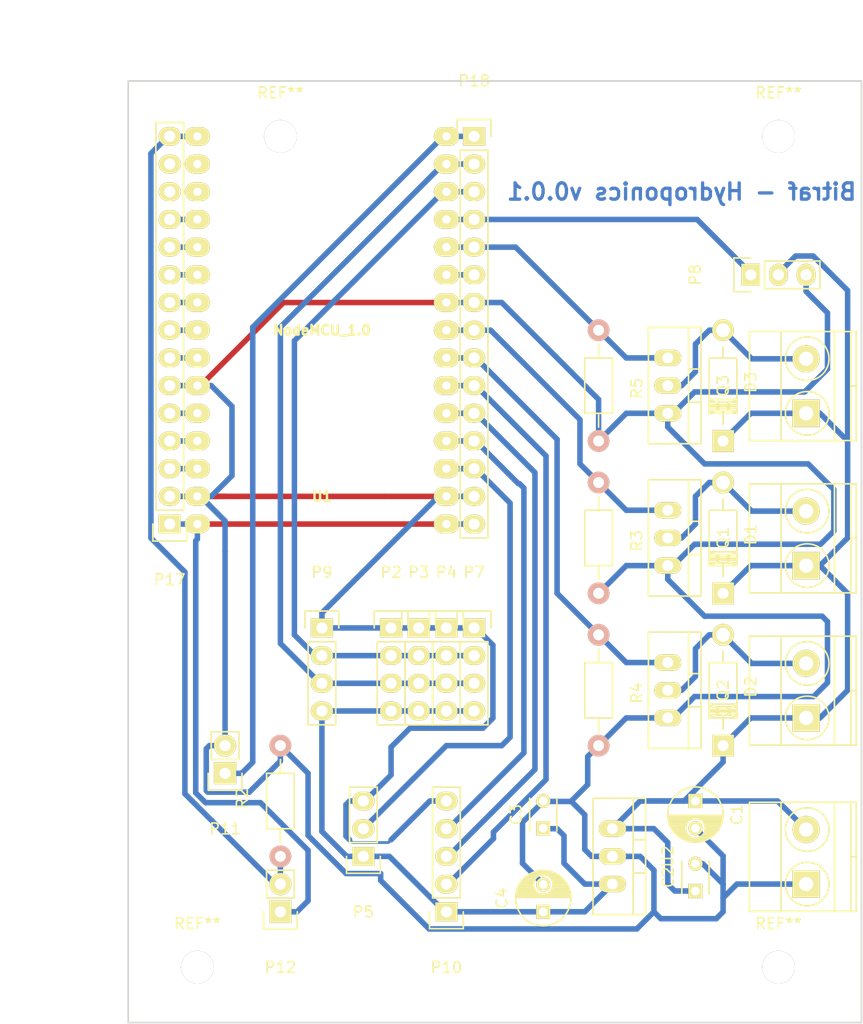
<source format=kicad_pcb>
(kicad_pcb (version 4) (host pcbnew 4.0.2+dfsg1-stable)

  (general
    (links 104)
    (no_connects 0)
    (area 156.775001 69.125 238.069 162.635001)
    (thickness 1.6)
    (drawings 7)
    (tracks 317)
    (zones 0)
    (modules 36)
    (nets 34)
  )

  (page A4)
  (layers
    (0 F.Cu signal hide)
    (31 B.Cu signal)
    (32 B.Adhes user)
    (33 F.Adhes user)
    (34 B.Paste user)
    (35 F.Paste user)
    (36 B.SilkS user)
    (37 F.SilkS user)
    (38 B.Mask user)
    (39 F.Mask user)
    (40 Dwgs.User user)
    (41 Cmts.User user)
    (42 Eco1.User user)
    (43 Eco2.User user)
    (44 Edge.Cuts user)
    (45 Margin user)
    (46 B.CrtYd user)
    (47 F.CrtYd user)
    (48 B.Fab user)
    (49 F.Fab user)
  )

  (setup
    (last_trace_width 0.508)
    (user_trace_width 0.127)
    (trace_clearance 0.254)
    (zone_clearance 0.508)
    (zone_45_only no)
    (trace_min 0.1)
    (segment_width 0.2)
    (edge_width 0.15)
    (via_size 0.6)
    (via_drill 0.4)
    (via_min_size 0.4)
    (via_min_drill 0.3)
    (uvia_size 0.3)
    (uvia_drill 0.1)
    (uvias_allowed no)
    (uvia_min_size 0)
    (uvia_min_drill 0)
    (pcb_text_width 0.3)
    (pcb_text_size 1.5 1.5)
    (mod_edge_width 0.15)
    (mod_text_size 1 1)
    (mod_text_width 0.15)
    (pad_size 2.032 1.7272)
    (pad_drill 1.016)
    (pad_to_mask_clearance 0.2)
    (aux_axis_origin 0 0)
    (visible_elements FFFFFF7F)
    (pcbplotparams
      (layerselection 0x00020_80000000)
      (usegerberextensions false)
      (excludeedgelayer true)
      (linewidth 0.100000)
      (plotframeref false)
      (viasonmask false)
      (mode 1)
      (useauxorigin false)
      (hpglpennumber 1)
      (hpglpenspeed 20)
      (hpglpendiameter 15)
      (hpglpenoverlay 2)
      (psnegative false)
      (psa4output false)
      (plotreference true)
      (plotvalue true)
      (plotinvisibletext false)
      (padsonsilk false)
      (subtractmaskfromsilk false)
      (outputformat 2)
      (mirror false)
      (drillshape 1)
      (scaleselection 1)
      (outputdirectory ../../../../../../home/daniel/Desktop/))
  )

  (net 0 "")
  (net 1 +12V)
  (net 2 GND)
  (net 3 +5V)
  (net 4 "Net-(D1-Pad2)")
  (net 5 "Net-(D2-Pad2)")
  (net 6 "Net-(D3-Pad2)")
  (net 7 /SDA)
  (net 8 /SCL)
  (net 9 /RF_DATA)
  (net 10 /ROT_SW)
  (net 11 /ROT_1)
  (net 12 /ROT_0)
  (net 13 +3V3)
  (net 14 /LDR_PIN)
  (net 15 /MOS_2)
  (net 16 /MOS_1)
  (net 17 /MOS_3)
  (net 18 "Net-(P17-Pad3)")
  (net 19 "Net-(P17-Pad4)")
  (net 20 "Net-(P17-Pad5)")
  (net 21 "Net-(P17-Pad7)")
  (net 22 "Net-(P17-Pad8)")
  (net 23 "Net-(P17-Pad9)")
  (net 24 "Net-(P17-Pad10)")
  (net 25 "Net-(P17-Pad11)")
  (net 26 "Net-(P17-Pad12)")
  (net 27 "Net-(P18-Pad6)")
  (net 28 /BUZZ)
  (net 29 /TEMP_HUM)
  (net 30 "Net-(P17-Pad13)")
  (net 31 "Net-(P17-Pad14)")
  (net 32 "Net-(U1-Pad13)")
  (net 33 "Net-(U1-Pad14)")

  (net_class Default "This is the default net class."
    (clearance 0.254)
    (trace_width 0.508)
    (via_dia 0.6)
    (via_drill 0.4)
    (uvia_dia 0.3)
    (uvia_drill 0.1)
    (add_net +12V)
    (add_net +3V3)
    (add_net +5V)
    (add_net /BUZZ)
    (add_net /LDR_PIN)
    (add_net /MOS_1)
    (add_net /MOS_2)
    (add_net /MOS_3)
    (add_net /RF_DATA)
    (add_net /ROT_0)
    (add_net /ROT_1)
    (add_net /ROT_SW)
    (add_net /SCL)
    (add_net /SDA)
    (add_net /TEMP_HUM)
    (add_net GND)
    (add_net "Net-(D1-Pad2)")
    (add_net "Net-(D2-Pad2)")
    (add_net "Net-(D3-Pad2)")
    (add_net "Net-(P17-Pad10)")
    (add_net "Net-(P17-Pad11)")
    (add_net "Net-(P17-Pad12)")
    (add_net "Net-(P17-Pad13)")
    (add_net "Net-(P17-Pad14)")
    (add_net "Net-(P17-Pad3)")
    (add_net "Net-(P17-Pad4)")
    (add_net "Net-(P17-Pad5)")
    (add_net "Net-(P17-Pad7)")
    (add_net "Net-(P17-Pad8)")
    (add_net "Net-(P17-Pad9)")
    (add_net "Net-(P18-Pad6)")
    (add_net "Net-(U1-Pad13)")
    (add_net "Net-(U1-Pad14)")
  )

  (module NodeMCU:NodeMCU (layer F.Cu) (tedit 57B4A910) (tstamp 57E990CC)
    (at 186.69 99.06 270)
    (tags NodeMCU)
    (path /57E43126)
    (fp_text reference U1 (at 15.24 0 540) (layer F.SilkS)
      (effects (font (size 0.889 0.889) (thickness 0.3048)))
    )
    (fp_text value NodeMCU_1.0 (at 0 0 540) (layer F.SilkS)
      (effects (font (size 0.889 0.889) (thickness 0.3048)))
    )
    (pad 1 thru_hole oval (at 17.78 11.43 270) (size 1.7272 2.3) (drill 0.762) (layers *.Cu *.Mask F.SilkS)
      (net 13 +3V3))
    (pad 2 thru_hole oval (at 15.24 11.43 270) (size 1.7272 2.3) (drill 0.762) (layers *.Cu *.Mask F.SilkS)
      (net 2 GND))
    (pad 3 thru_hole oval (at 12.7 11.43 270) (size 1.7272 2.3) (drill 0.762) (layers *.Cu *.Mask F.SilkS)
      (net 18 "Net-(P17-Pad3)"))
    (pad 4 thru_hole oval (at 10.16 11.43 270) (size 1.7272 2.3) (drill 0.762) (layers *.Cu *.Mask F.SilkS)
      (net 19 "Net-(P17-Pad4)"))
    (pad 5 thru_hole oval (at 7.62 11.43 270) (size 1.7272 2.3) (drill 0.762) (layers *.Cu *.Mask F.SilkS)
      (net 20 "Net-(P17-Pad5)"))
    (pad 6 thru_hole oval (at 5.08 11.43 270) (size 1.7272 2.3) (drill 0.762) (layers *.Cu *.Mask F.SilkS)
      (net 2 GND))
    (pad 7 thru_hole oval (at 2.54 11.43 270) (size 1.7272 2.3) (drill 0.762) (layers *.Cu *.Mask F.SilkS)
      (net 21 "Net-(P17-Pad7)"))
    (pad 8 thru_hole oval (at 0 11.43 270) (size 1.7272 2.3) (drill 0.762) (layers *.Cu *.Mask F.SilkS)
      (net 22 "Net-(P17-Pad8)"))
    (pad 9 thru_hole oval (at -2.54 11.43 270) (size 1.7272 2.3) (drill 0.762) (layers *.Cu *.Mask F.SilkS)
      (net 23 "Net-(P17-Pad9)"))
    (pad 10 thru_hole oval (at -5.08 11.43 270) (size 1.7272 2.3) (drill 0.762) (layers *.Cu *.Mask F.SilkS)
      (net 24 "Net-(P17-Pad10)"))
    (pad 11 thru_hole oval (at -7.62 11.43 270) (size 1.7272 2.3) (drill 0.762) (layers *.Cu *.Mask F.SilkS)
      (net 25 "Net-(P17-Pad11)"))
    (pad 12 thru_hole oval (at -10.16 11.43 270) (size 1.7272 2.3) (drill 0.762) (layers *.Cu *.Mask F.SilkS)
      (net 26 "Net-(P17-Pad12)"))
    (pad 13 thru_hole oval (at -12.7 11.43 270) (size 1.7272 2.3) (drill 0.762) (layers *.Cu *.Mask F.SilkS)
      (net 32 "Net-(U1-Pad13)"))
    (pad 14 thru_hole oval (at -15.24 11.43 270) (size 1.7272 2.3) (drill 0.762) (layers *.Cu *.Mask F.SilkS)
      (net 33 "Net-(U1-Pad14)"))
    (pad 15 thru_hole oval (at -17.78 11.43 270) (size 1.7272 2.3) (drill 0.762) (layers *.Cu *.Mask F.SilkS)
      (net 14 /LDR_PIN))
    (pad 16 thru_hole oval (at -17.78 -11.43 270) (size 1.7272 2.3) (drill 0.762) (layers *.Cu *.Mask F.SilkS)
      (net 28 /BUZZ))
    (pad 17 thru_hole oval (at -15.24 -11.43 270) (size 1.7272 2.3) (drill 0.762) (layers *.Cu *.Mask F.SilkS)
      (net 8 /SCL))
    (pad 18 thru_hole oval (at -12.7 -11.43 270) (size 1.7272 2.3) (drill 0.762) (layers *.Cu *.Mask F.SilkS)
      (net 7 /SDA))
    (pad 19 thru_hole oval (at -10.16 -11.43 270) (size 1.7272 2.3) (drill 0.762) (layers *.Cu *.Mask F.SilkS)
      (net 9 /RF_DATA))
    (pad 20 thru_hole oval (at -7.62 -11.43 270) (size 1.7272 2.3) (drill 0.762) (layers *.Cu *.Mask F.SilkS)
      (net 17 /MOS_3))
    (pad 21 thru_hole oval (at -5.08 -11.43 270) (size 1.7272 2.3) (drill 0.762) (layers *.Cu *.Mask F.SilkS)
      (net 27 "Net-(P18-Pad6)"))
    (pad 22 thru_hole oval (at -2.54 -11.43 270) (size 1.7272 2.3) (drill 0.762) (layers *.Cu *.Mask F.SilkS)
      (net 2 GND))
    (pad 23 thru_hole oval (at 0 -11.43 270) (size 1.7272 2.3) (drill 0.762) (layers *.Cu *.Mask F.SilkS)
      (net 15 /MOS_2))
    (pad 24 thru_hole oval (at 2.54 -11.43 270) (size 1.7272 2.3) (drill 0.762) (layers *.Cu *.Mask F.SilkS)
      (net 16 /MOS_1))
    (pad 25 thru_hole oval (at 5.08 -11.43 270) (size 1.7272 2.3) (drill 0.762) (layers *.Cu *.Mask F.SilkS)
      (net 10 /ROT_SW))
    (pad 26 thru_hole oval (at 7.62 -11.43 270) (size 1.7272 2.3) (drill 0.762) (layers *.Cu *.Mask F.SilkS)
      (net 11 /ROT_1))
    (pad 27 thru_hole oval (at 10.16 -11.43 270) (size 1.7272 2.3) (drill 0.762) (layers *.Cu *.Mask F.SilkS)
      (net 12 /ROT_0))
    (pad 28 thru_hole oval (at 12.7 -11.43 270) (size 1.7272 2.3) (drill 0.762) (layers *.Cu *.Mask F.SilkS)
      (net 29 /TEMP_HUM))
    (pad 29 thru_hole oval (at 15.24 -11.43 270) (size 1.7272 2.3) (drill 0.762) (layers *.Cu *.Mask F.SilkS)
      (net 2 GND))
    (pad 30 thru_hole oval (at 17.78 -11.43 270) (size 1.7272 2.3) (drill 0.762) (layers *.Cu *.Mask F.SilkS)
      (net 13 +3V3))
  )

  (module Pin_Headers:Pin_Header_Straight_1x02 (layer F.Cu) (tedit 54EA090C) (tstamp 57E45093)
    (at 177.8 139.7 180)
    (descr "Through hole pin header")
    (tags "pin header")
    (path /57E47F35)
    (fp_text reference P11 (at 0 -5.1 180) (layer F.SilkS)
      (effects (font (size 1 1) (thickness 0.15)))
    )
    (fp_text value BUZZ (at 0 -3.1 180) (layer F.Fab)
      (effects (font (size 1 1) (thickness 0.15)))
    )
    (fp_line (start 1.27 1.27) (end 1.27 3.81) (layer F.SilkS) (width 0.15))
    (fp_line (start 1.55 -1.55) (end 1.55 0) (layer F.SilkS) (width 0.15))
    (fp_line (start -1.75 -1.75) (end -1.75 4.3) (layer F.CrtYd) (width 0.05))
    (fp_line (start 1.75 -1.75) (end 1.75 4.3) (layer F.CrtYd) (width 0.05))
    (fp_line (start -1.75 -1.75) (end 1.75 -1.75) (layer F.CrtYd) (width 0.05))
    (fp_line (start -1.75 4.3) (end 1.75 4.3) (layer F.CrtYd) (width 0.05))
    (fp_line (start 1.27 1.27) (end -1.27 1.27) (layer F.SilkS) (width 0.15))
    (fp_line (start -1.55 0) (end -1.55 -1.55) (layer F.SilkS) (width 0.15))
    (fp_line (start -1.55 -1.55) (end 1.55 -1.55) (layer F.SilkS) (width 0.15))
    (fp_line (start -1.27 1.27) (end -1.27 3.81) (layer F.SilkS) (width 0.15))
    (fp_line (start -1.27 3.81) (end 1.27 3.81) (layer F.SilkS) (width 0.15))
    (pad 1 thru_hole rect (at 0 0 180) (size 2.032 2.032) (drill 1.016) (layers *.Cu *.Mask F.SilkS)
      (net 28 /BUZZ))
    (pad 2 thru_hole oval (at 0 2.54 180) (size 2.032 2.032) (drill 1.016) (layers *.Cu *.Mask F.SilkS)
      (net 2 GND))
    (model Pin_Headers.3dshapes/Pin_Header_Straight_1x02.wrl
      (at (xyz 0 -0.05 0))
      (scale (xyz 1 1 1))
      (rotate (xyz 0 0 90))
    )
  )

  (module Capacitors_ThroughHole:C_Radial_D5_L6_P2.5 (layer F.Cu) (tedit 0) (tstamp 57E45017)
    (at 220.98 142.24 270)
    (descr "Radial Electrolytic Capacitor Diameter 5mm x Length 6mm, Pitch 2.5mm")
    (tags "Electrolytic Capacitor")
    (path /57E45808)
    (fp_text reference C1 (at 1.25 -3.8 270) (layer F.SilkS)
      (effects (font (size 1 1) (thickness 0.15)))
    )
    (fp_text value CP (at 1.25 3.8 270) (layer F.Fab)
      (effects (font (size 1 1) (thickness 0.15)))
    )
    (fp_line (start 1.325 -2.499) (end 1.325 2.499) (layer F.SilkS) (width 0.15))
    (fp_line (start 1.465 -2.491) (end 1.465 2.491) (layer F.SilkS) (width 0.15))
    (fp_line (start 1.605 -2.475) (end 1.605 -0.095) (layer F.SilkS) (width 0.15))
    (fp_line (start 1.605 0.095) (end 1.605 2.475) (layer F.SilkS) (width 0.15))
    (fp_line (start 1.745 -2.451) (end 1.745 -0.49) (layer F.SilkS) (width 0.15))
    (fp_line (start 1.745 0.49) (end 1.745 2.451) (layer F.SilkS) (width 0.15))
    (fp_line (start 1.885 -2.418) (end 1.885 -0.657) (layer F.SilkS) (width 0.15))
    (fp_line (start 1.885 0.657) (end 1.885 2.418) (layer F.SilkS) (width 0.15))
    (fp_line (start 2.025 -2.377) (end 2.025 -0.764) (layer F.SilkS) (width 0.15))
    (fp_line (start 2.025 0.764) (end 2.025 2.377) (layer F.SilkS) (width 0.15))
    (fp_line (start 2.165 -2.327) (end 2.165 -0.835) (layer F.SilkS) (width 0.15))
    (fp_line (start 2.165 0.835) (end 2.165 2.327) (layer F.SilkS) (width 0.15))
    (fp_line (start 2.305 -2.266) (end 2.305 -0.879) (layer F.SilkS) (width 0.15))
    (fp_line (start 2.305 0.879) (end 2.305 2.266) (layer F.SilkS) (width 0.15))
    (fp_line (start 2.445 -2.196) (end 2.445 -0.898) (layer F.SilkS) (width 0.15))
    (fp_line (start 2.445 0.898) (end 2.445 2.196) (layer F.SilkS) (width 0.15))
    (fp_line (start 2.585 -2.114) (end 2.585 -0.896) (layer F.SilkS) (width 0.15))
    (fp_line (start 2.585 0.896) (end 2.585 2.114) (layer F.SilkS) (width 0.15))
    (fp_line (start 2.725 -2.019) (end 2.725 -0.871) (layer F.SilkS) (width 0.15))
    (fp_line (start 2.725 0.871) (end 2.725 2.019) (layer F.SilkS) (width 0.15))
    (fp_line (start 2.865 -1.908) (end 2.865 -0.823) (layer F.SilkS) (width 0.15))
    (fp_line (start 2.865 0.823) (end 2.865 1.908) (layer F.SilkS) (width 0.15))
    (fp_line (start 3.005 -1.78) (end 3.005 -0.745) (layer F.SilkS) (width 0.15))
    (fp_line (start 3.005 0.745) (end 3.005 1.78) (layer F.SilkS) (width 0.15))
    (fp_line (start 3.145 -1.631) (end 3.145 -0.628) (layer F.SilkS) (width 0.15))
    (fp_line (start 3.145 0.628) (end 3.145 1.631) (layer F.SilkS) (width 0.15))
    (fp_line (start 3.285 -1.452) (end 3.285 -0.44) (layer F.SilkS) (width 0.15))
    (fp_line (start 3.285 0.44) (end 3.285 1.452) (layer F.SilkS) (width 0.15))
    (fp_line (start 3.425 -1.233) (end 3.425 1.233) (layer F.SilkS) (width 0.15))
    (fp_line (start 3.565 -0.944) (end 3.565 0.944) (layer F.SilkS) (width 0.15))
    (fp_line (start 3.705 -0.472) (end 3.705 0.472) (layer F.SilkS) (width 0.15))
    (fp_circle (center 2.5 0) (end 2.5 -0.9) (layer F.SilkS) (width 0.15))
    (fp_circle (center 1.25 0) (end 1.25 -2.5375) (layer F.SilkS) (width 0.15))
    (fp_circle (center 1.25 0) (end 1.25 -2.8) (layer F.CrtYd) (width 0.05))
    (pad 1 thru_hole rect (at 0 0 270) (size 1.3 1.3) (drill 0.8) (layers *.Cu *.Mask F.SilkS)
      (net 1 +12V))
    (pad 2 thru_hole circle (at 2.5 0 270) (size 1.3 1.3) (drill 0.8) (layers *.Cu *.Mask F.SilkS)
      (net 2 GND))
    (model Capacitors_ThroughHole.3dshapes/C_Radial_D5_L6_P2.5.wrl
      (at (xyz 0.0492126 0 0))
      (scale (xyz 1 1 1))
      (rotate (xyz 0 0 90))
    )
  )

  (module Capacitors_ThroughHole:C_Radial_D5_L6_P2.5 (layer F.Cu) (tedit 0) (tstamp 57E45029)
    (at 207.01 152.4 90)
    (descr "Radial Electrolytic Capacitor Diameter 5mm x Length 6mm, Pitch 2.5mm")
    (tags "Electrolytic Capacitor")
    (path /57E458D3)
    (fp_text reference C4 (at 1.25 -3.8 90) (layer F.SilkS)
      (effects (font (size 1 1) (thickness 0.15)))
    )
    (fp_text value CP (at 1.25 3.8 90) (layer F.Fab)
      (effects (font (size 1 1) (thickness 0.15)))
    )
    (fp_line (start 1.325 -2.499) (end 1.325 2.499) (layer F.SilkS) (width 0.15))
    (fp_line (start 1.465 -2.491) (end 1.465 2.491) (layer F.SilkS) (width 0.15))
    (fp_line (start 1.605 -2.475) (end 1.605 -0.095) (layer F.SilkS) (width 0.15))
    (fp_line (start 1.605 0.095) (end 1.605 2.475) (layer F.SilkS) (width 0.15))
    (fp_line (start 1.745 -2.451) (end 1.745 -0.49) (layer F.SilkS) (width 0.15))
    (fp_line (start 1.745 0.49) (end 1.745 2.451) (layer F.SilkS) (width 0.15))
    (fp_line (start 1.885 -2.418) (end 1.885 -0.657) (layer F.SilkS) (width 0.15))
    (fp_line (start 1.885 0.657) (end 1.885 2.418) (layer F.SilkS) (width 0.15))
    (fp_line (start 2.025 -2.377) (end 2.025 -0.764) (layer F.SilkS) (width 0.15))
    (fp_line (start 2.025 0.764) (end 2.025 2.377) (layer F.SilkS) (width 0.15))
    (fp_line (start 2.165 -2.327) (end 2.165 -0.835) (layer F.SilkS) (width 0.15))
    (fp_line (start 2.165 0.835) (end 2.165 2.327) (layer F.SilkS) (width 0.15))
    (fp_line (start 2.305 -2.266) (end 2.305 -0.879) (layer F.SilkS) (width 0.15))
    (fp_line (start 2.305 0.879) (end 2.305 2.266) (layer F.SilkS) (width 0.15))
    (fp_line (start 2.445 -2.196) (end 2.445 -0.898) (layer F.SilkS) (width 0.15))
    (fp_line (start 2.445 0.898) (end 2.445 2.196) (layer F.SilkS) (width 0.15))
    (fp_line (start 2.585 -2.114) (end 2.585 -0.896) (layer F.SilkS) (width 0.15))
    (fp_line (start 2.585 0.896) (end 2.585 2.114) (layer F.SilkS) (width 0.15))
    (fp_line (start 2.725 -2.019) (end 2.725 -0.871) (layer F.SilkS) (width 0.15))
    (fp_line (start 2.725 0.871) (end 2.725 2.019) (layer F.SilkS) (width 0.15))
    (fp_line (start 2.865 -1.908) (end 2.865 -0.823) (layer F.SilkS) (width 0.15))
    (fp_line (start 2.865 0.823) (end 2.865 1.908) (layer F.SilkS) (width 0.15))
    (fp_line (start 3.005 -1.78) (end 3.005 -0.745) (layer F.SilkS) (width 0.15))
    (fp_line (start 3.005 0.745) (end 3.005 1.78) (layer F.SilkS) (width 0.15))
    (fp_line (start 3.145 -1.631) (end 3.145 -0.628) (layer F.SilkS) (width 0.15))
    (fp_line (start 3.145 0.628) (end 3.145 1.631) (layer F.SilkS) (width 0.15))
    (fp_line (start 3.285 -1.452) (end 3.285 -0.44) (layer F.SilkS) (width 0.15))
    (fp_line (start 3.285 0.44) (end 3.285 1.452) (layer F.SilkS) (width 0.15))
    (fp_line (start 3.425 -1.233) (end 3.425 1.233) (layer F.SilkS) (width 0.15))
    (fp_line (start 3.565 -0.944) (end 3.565 0.944) (layer F.SilkS) (width 0.15))
    (fp_line (start 3.705 -0.472) (end 3.705 0.472) (layer F.SilkS) (width 0.15))
    (fp_circle (center 2.5 0) (end 2.5 -0.9) (layer F.SilkS) (width 0.15))
    (fp_circle (center 1.25 0) (end 1.25 -2.5375) (layer F.SilkS) (width 0.15))
    (fp_circle (center 1.25 0) (end 1.25 -2.8) (layer F.CrtYd) (width 0.05))
    (pad 1 thru_hole rect (at 0 0 90) (size 1.3 1.3) (drill 0.8) (layers *.Cu *.Mask F.SilkS)
      (net 3 +5V))
    (pad 2 thru_hole circle (at 2.5 0 90) (size 1.3 1.3) (drill 0.8) (layers *.Cu *.Mask F.SilkS)
      (net 2 GND))
    (model Capacitors_ThroughHole.3dshapes/C_Radial_D5_L6_P2.5.wrl
      (at (xyz 0.0492126 0 0))
      (scale (xyz 1 1 1))
      (rotate (xyz 0 0 90))
    )
  )

  (module Diodes_ThroughHole:Diode_DO-41_SOD81_Horizontal_RM10 (layer F.Cu) (tedit 552FFCCE) (tstamp 57E45035)
    (at 223.52 123.19 90)
    (descr "Diode, DO-41, SOD81, Horizontal, RM 10mm,")
    (tags "Diode, DO-41, SOD81, Horizontal, RM 10mm, 1N4007, SB140,")
    (path /57E44269)
    (fp_text reference D1 (at 5.38734 2.53746 90) (layer F.SilkS)
      (effects (font (size 1 1) (thickness 0.15)))
    )
    (fp_text value D (at 4.37134 -3.55854 90) (layer F.Fab)
      (effects (font (size 1 1) (thickness 0.15)))
    )
    (fp_line (start 7.62 -0.00254) (end 8.636 -0.00254) (layer F.SilkS) (width 0.15))
    (fp_line (start 2.794 -0.00254) (end 1.524 -0.00254) (layer F.SilkS) (width 0.15))
    (fp_line (start 3.048 -1.27254) (end 3.048 1.26746) (layer F.SilkS) (width 0.15))
    (fp_line (start 3.302 -1.27254) (end 3.302 1.26746) (layer F.SilkS) (width 0.15))
    (fp_line (start 3.556 -1.27254) (end 3.556 1.26746) (layer F.SilkS) (width 0.15))
    (fp_line (start 2.794 -1.27254) (end 2.794 1.26746) (layer F.SilkS) (width 0.15))
    (fp_line (start 3.81 -1.27254) (end 2.54 1.26746) (layer F.SilkS) (width 0.15))
    (fp_line (start 2.54 -1.27254) (end 3.81 1.26746) (layer F.SilkS) (width 0.15))
    (fp_line (start 3.81 -1.27254) (end 3.81 1.26746) (layer F.SilkS) (width 0.15))
    (fp_line (start 3.175 -1.27254) (end 3.175 1.26746) (layer F.SilkS) (width 0.15))
    (fp_line (start 2.54 1.26746) (end 2.54 -1.27254) (layer F.SilkS) (width 0.15))
    (fp_line (start 2.54 -1.27254) (end 7.62 -1.27254) (layer F.SilkS) (width 0.15))
    (fp_line (start 7.62 -1.27254) (end 7.62 1.26746) (layer F.SilkS) (width 0.15))
    (fp_line (start 7.62 1.26746) (end 2.54 1.26746) (layer F.SilkS) (width 0.15))
    (pad 2 thru_hole circle (at 10.16 -0.00254 270) (size 1.99898 1.99898) (drill 1.27) (layers *.Cu *.Mask F.SilkS)
      (net 4 "Net-(D1-Pad2)"))
    (pad 1 thru_hole rect (at 0 -0.00254 270) (size 1.99898 1.99898) (drill 1.00076) (layers *.Cu *.Mask F.SilkS)
      (net 1 +12V))
  )

  (module Diodes_ThroughHole:Diode_DO-41_SOD81_Horizontal_RM10 (layer F.Cu) (tedit 552FFCCE) (tstamp 57E4503B)
    (at 223.52 137.16 90)
    (descr "Diode, DO-41, SOD81, Horizontal, RM 10mm,")
    (tags "Diode, DO-41, SOD81, Horizontal, RM 10mm, 1N4007, SB140,")
    (path /57E439B5)
    (fp_text reference D2 (at 5.38734 2.53746 90) (layer F.SilkS)
      (effects (font (size 1 1) (thickness 0.15)))
    )
    (fp_text value D (at 4.37134 -3.55854 90) (layer F.Fab)
      (effects (font (size 1 1) (thickness 0.15)))
    )
    (fp_line (start 7.62 -0.00254) (end 8.636 -0.00254) (layer F.SilkS) (width 0.15))
    (fp_line (start 2.794 -0.00254) (end 1.524 -0.00254) (layer F.SilkS) (width 0.15))
    (fp_line (start 3.048 -1.27254) (end 3.048 1.26746) (layer F.SilkS) (width 0.15))
    (fp_line (start 3.302 -1.27254) (end 3.302 1.26746) (layer F.SilkS) (width 0.15))
    (fp_line (start 3.556 -1.27254) (end 3.556 1.26746) (layer F.SilkS) (width 0.15))
    (fp_line (start 2.794 -1.27254) (end 2.794 1.26746) (layer F.SilkS) (width 0.15))
    (fp_line (start 3.81 -1.27254) (end 2.54 1.26746) (layer F.SilkS) (width 0.15))
    (fp_line (start 2.54 -1.27254) (end 3.81 1.26746) (layer F.SilkS) (width 0.15))
    (fp_line (start 3.81 -1.27254) (end 3.81 1.26746) (layer F.SilkS) (width 0.15))
    (fp_line (start 3.175 -1.27254) (end 3.175 1.26746) (layer F.SilkS) (width 0.15))
    (fp_line (start 2.54 1.26746) (end 2.54 -1.27254) (layer F.SilkS) (width 0.15))
    (fp_line (start 2.54 -1.27254) (end 7.62 -1.27254) (layer F.SilkS) (width 0.15))
    (fp_line (start 7.62 -1.27254) (end 7.62 1.26746) (layer F.SilkS) (width 0.15))
    (fp_line (start 7.62 1.26746) (end 2.54 1.26746) (layer F.SilkS) (width 0.15))
    (pad 2 thru_hole circle (at 10.16 -0.00254 270) (size 1.99898 1.99898) (drill 1.27) (layers *.Cu *.Mask F.SilkS)
      (net 5 "Net-(D2-Pad2)"))
    (pad 1 thru_hole rect (at 0 -0.00254 270) (size 1.99898 1.99898) (drill 1.00076) (layers *.Cu *.Mask F.SilkS)
      (net 1 +12V))
  )

  (module Diodes_ThroughHole:Diode_DO-41_SOD81_Horizontal_RM10 (layer F.Cu) (tedit 552FFCCE) (tstamp 57E45041)
    (at 223.52 109.22 90)
    (descr "Diode, DO-41, SOD81, Horizontal, RM 10mm,")
    (tags "Diode, DO-41, SOD81, Horizontal, RM 10mm, 1N4007, SB140,")
    (path /57E44424)
    (fp_text reference D3 (at 5.38734 2.53746 90) (layer F.SilkS)
      (effects (font (size 1 1) (thickness 0.15)))
    )
    (fp_text value D (at 4.37134 -3.55854 90) (layer F.Fab)
      (effects (font (size 1 1) (thickness 0.15)))
    )
    (fp_line (start 7.62 -0.00254) (end 8.636 -0.00254) (layer F.SilkS) (width 0.15))
    (fp_line (start 2.794 -0.00254) (end 1.524 -0.00254) (layer F.SilkS) (width 0.15))
    (fp_line (start 3.048 -1.27254) (end 3.048 1.26746) (layer F.SilkS) (width 0.15))
    (fp_line (start 3.302 -1.27254) (end 3.302 1.26746) (layer F.SilkS) (width 0.15))
    (fp_line (start 3.556 -1.27254) (end 3.556 1.26746) (layer F.SilkS) (width 0.15))
    (fp_line (start 2.794 -1.27254) (end 2.794 1.26746) (layer F.SilkS) (width 0.15))
    (fp_line (start 3.81 -1.27254) (end 2.54 1.26746) (layer F.SilkS) (width 0.15))
    (fp_line (start 2.54 -1.27254) (end 3.81 1.26746) (layer F.SilkS) (width 0.15))
    (fp_line (start 3.81 -1.27254) (end 3.81 1.26746) (layer F.SilkS) (width 0.15))
    (fp_line (start 3.175 -1.27254) (end 3.175 1.26746) (layer F.SilkS) (width 0.15))
    (fp_line (start 2.54 1.26746) (end 2.54 -1.27254) (layer F.SilkS) (width 0.15))
    (fp_line (start 2.54 -1.27254) (end 7.62 -1.27254) (layer F.SilkS) (width 0.15))
    (fp_line (start 7.62 -1.27254) (end 7.62 1.26746) (layer F.SilkS) (width 0.15))
    (fp_line (start 7.62 1.26746) (end 2.54 1.26746) (layer F.SilkS) (width 0.15))
    (pad 2 thru_hole circle (at 10.16 -0.00254 270) (size 1.99898 1.99898) (drill 1.27) (layers *.Cu *.Mask F.SilkS)
      (net 6 "Net-(D3-Pad2)"))
    (pad 1 thru_hole rect (at 0 -0.00254 270) (size 1.99898 1.99898) (drill 1.00076) (layers *.Cu *.Mask F.SilkS)
      (net 1 +12V))
  )

  (module Terminal_Blocks:TerminalBlock_Pheonix_MKDS1.5-2pol (layer F.Cu) (tedit 563007E4) (tstamp 57E45047)
    (at 231.14 149.86 90)
    (descr "2-way 5mm pitch terminal block, Phoenix MKDS series")
    (path /57E46A8E)
    (fp_text reference P1 (at 2.5 5.9 90) (layer F.SilkS)
      (effects (font (size 1 1) (thickness 0.15)))
    )
    (fp_text value 12V_PWR (at 2.5 -6.6 90) (layer F.Fab)
      (effects (font (size 1 1) (thickness 0.15)))
    )
    (fp_line (start -2.7 -5.4) (end 7.7 -5.4) (layer F.CrtYd) (width 0.05))
    (fp_line (start -2.7 4.8) (end -2.7 -5.4) (layer F.CrtYd) (width 0.05))
    (fp_line (start 7.7 4.8) (end -2.7 4.8) (layer F.CrtYd) (width 0.05))
    (fp_line (start 7.7 -5.4) (end 7.7 4.8) (layer F.CrtYd) (width 0.05))
    (fp_line (start 2.5 4.1) (end 2.5 4.6) (layer F.SilkS) (width 0.15))
    (fp_circle (center 5 0.1) (end 3 0.1) (layer F.SilkS) (width 0.15))
    (fp_circle (center 0 0.1) (end 2 0.1) (layer F.SilkS) (width 0.15))
    (fp_line (start -2.5 2.6) (end 7.5 2.6) (layer F.SilkS) (width 0.15))
    (fp_line (start -2.5 -2.3) (end 7.5 -2.3) (layer F.SilkS) (width 0.15))
    (fp_line (start -2.5 4.1) (end 7.5 4.1) (layer F.SilkS) (width 0.15))
    (fp_line (start -2.5 4.6) (end 7.5 4.6) (layer F.SilkS) (width 0.15))
    (fp_line (start 7.5 4.6) (end 7.5 -5.2) (layer F.SilkS) (width 0.15))
    (fp_line (start 7.5 -5.2) (end -2.5 -5.2) (layer F.SilkS) (width 0.15))
    (fp_line (start -2.5 -5.2) (end -2.5 4.6) (layer F.SilkS) (width 0.15))
    (pad 1 thru_hole rect (at 0 0 90) (size 2.5 2.5) (drill 1.3) (layers *.Cu *.Mask F.SilkS)
      (net 2 GND))
    (pad 2 thru_hole circle (at 5 0 90) (size 2.5 2.5) (drill 1.3) (layers *.Cu *.Mask F.SilkS)
      (net 1 +12V))
    (model Terminal_Blocks.3dshapes/TerminalBlock_Pheonix_MKDS1.5-2pol.wrl
      (at (xyz 0.0984 0 0))
      (scale (xyz 1 1 1))
      (rotate (xyz 0 0 0))
    )
  )

  (module Pin_Headers:Pin_Header_Straight_1x04 (layer F.Cu) (tedit 0) (tstamp 57E4504F)
    (at 193.04 126.365)
    (descr "Through hole pin header")
    (tags "pin header")
    (path /57E522BD)
    (fp_text reference P2 (at 0 -5.1) (layer F.SilkS)
      (effects (font (size 1 1) (thickness 0.15)))
    )
    (fp_text value I2C_1 (at 0 -3.1) (layer F.Fab)
      (effects (font (size 1 1) (thickness 0.15)))
    )
    (fp_line (start -1.75 -1.75) (end -1.75 9.4) (layer F.CrtYd) (width 0.05))
    (fp_line (start 1.75 -1.75) (end 1.75 9.4) (layer F.CrtYd) (width 0.05))
    (fp_line (start -1.75 -1.75) (end 1.75 -1.75) (layer F.CrtYd) (width 0.05))
    (fp_line (start -1.75 9.4) (end 1.75 9.4) (layer F.CrtYd) (width 0.05))
    (fp_line (start -1.27 1.27) (end -1.27 8.89) (layer F.SilkS) (width 0.15))
    (fp_line (start 1.27 1.27) (end 1.27 8.89) (layer F.SilkS) (width 0.15))
    (fp_line (start 1.55 -1.55) (end 1.55 0) (layer F.SilkS) (width 0.15))
    (fp_line (start -1.27 8.89) (end 1.27 8.89) (layer F.SilkS) (width 0.15))
    (fp_line (start 1.27 1.27) (end -1.27 1.27) (layer F.SilkS) (width 0.15))
    (fp_line (start -1.55 0) (end -1.55 -1.55) (layer F.SilkS) (width 0.15))
    (fp_line (start -1.55 -1.55) (end 1.55 -1.55) (layer F.SilkS) (width 0.15))
    (pad 1 thru_hole rect (at 0 0) (size 2.032 1.7272) (drill 1.016) (layers *.Cu *.Mask F.SilkS)
      (net 2 GND))
    (pad 2 thru_hole oval (at 0 2.54) (size 2.032 1.7272) (drill 1.016) (layers *.Cu *.Mask F.SilkS)
      (net 7 /SDA))
    (pad 3 thru_hole oval (at 0 5.08) (size 2.032 1.7272) (drill 1.016) (layers *.Cu *.Mask F.SilkS)
      (net 8 /SCL))
    (pad 4 thru_hole oval (at 0 7.62) (size 2.032 1.7272) (drill 1.016) (layers *.Cu *.Mask F.SilkS)
      (net 3 +5V))
    (model Pin_Headers.3dshapes/Pin_Header_Straight_1x04.wrl
      (at (xyz 0 -0.15 0))
      (scale (xyz 1 1 1))
      (rotate (xyz 0 0 90))
    )
  )

  (module Pin_Headers:Pin_Header_Straight_1x04 (layer F.Cu) (tedit 0) (tstamp 57E45057)
    (at 195.58 126.365)
    (descr "Through hole pin header")
    (tags "pin header")
    (path /57E52336)
    (fp_text reference P3 (at 0 -5.1) (layer F.SilkS)
      (effects (font (size 1 1) (thickness 0.15)))
    )
    (fp_text value I2C_2 (at 0 -3.1) (layer F.Fab)
      (effects (font (size 1 1) (thickness 0.15)))
    )
    (fp_line (start -1.75 -1.75) (end -1.75 9.4) (layer F.CrtYd) (width 0.05))
    (fp_line (start 1.75 -1.75) (end 1.75 9.4) (layer F.CrtYd) (width 0.05))
    (fp_line (start -1.75 -1.75) (end 1.75 -1.75) (layer F.CrtYd) (width 0.05))
    (fp_line (start -1.75 9.4) (end 1.75 9.4) (layer F.CrtYd) (width 0.05))
    (fp_line (start -1.27 1.27) (end -1.27 8.89) (layer F.SilkS) (width 0.15))
    (fp_line (start 1.27 1.27) (end 1.27 8.89) (layer F.SilkS) (width 0.15))
    (fp_line (start 1.55 -1.55) (end 1.55 0) (layer F.SilkS) (width 0.15))
    (fp_line (start -1.27 8.89) (end 1.27 8.89) (layer F.SilkS) (width 0.15))
    (fp_line (start 1.27 1.27) (end -1.27 1.27) (layer F.SilkS) (width 0.15))
    (fp_line (start -1.55 0) (end -1.55 -1.55) (layer F.SilkS) (width 0.15))
    (fp_line (start -1.55 -1.55) (end 1.55 -1.55) (layer F.SilkS) (width 0.15))
    (pad 1 thru_hole rect (at 0 0) (size 2.032 1.7272) (drill 1.016) (layers *.Cu *.Mask F.SilkS)
      (net 2 GND))
    (pad 2 thru_hole oval (at 0 2.54) (size 2.032 1.7272) (drill 1.016) (layers *.Cu *.Mask F.SilkS)
      (net 7 /SDA))
    (pad 3 thru_hole oval (at 0 5.08) (size 2.032 1.7272) (drill 1.016) (layers *.Cu *.Mask F.SilkS)
      (net 8 /SCL))
    (pad 4 thru_hole oval (at 0 7.62) (size 2.032 1.7272) (drill 1.016) (layers *.Cu *.Mask F.SilkS)
      (net 3 +5V))
    (model Pin_Headers.3dshapes/Pin_Header_Straight_1x04.wrl
      (at (xyz 0 -0.15 0))
      (scale (xyz 1 1 1))
      (rotate (xyz 0 0 90))
    )
  )

  (module Pin_Headers:Pin_Header_Straight_1x04 (layer F.Cu) (tedit 0) (tstamp 57E4505F)
    (at 198.12 126.365)
    (descr "Through hole pin header")
    (tags "pin header")
    (path /57E523AF)
    (fp_text reference P4 (at 0 -5.1) (layer F.SilkS)
      (effects (font (size 1 1) (thickness 0.15)))
    )
    (fp_text value I2C_3 (at 0 -3.1) (layer F.Fab)
      (effects (font (size 1 1) (thickness 0.15)))
    )
    (fp_line (start -1.75 -1.75) (end -1.75 9.4) (layer F.CrtYd) (width 0.05))
    (fp_line (start 1.75 -1.75) (end 1.75 9.4) (layer F.CrtYd) (width 0.05))
    (fp_line (start -1.75 -1.75) (end 1.75 -1.75) (layer F.CrtYd) (width 0.05))
    (fp_line (start -1.75 9.4) (end 1.75 9.4) (layer F.CrtYd) (width 0.05))
    (fp_line (start -1.27 1.27) (end -1.27 8.89) (layer F.SilkS) (width 0.15))
    (fp_line (start 1.27 1.27) (end 1.27 8.89) (layer F.SilkS) (width 0.15))
    (fp_line (start 1.55 -1.55) (end 1.55 0) (layer F.SilkS) (width 0.15))
    (fp_line (start -1.27 8.89) (end 1.27 8.89) (layer F.SilkS) (width 0.15))
    (fp_line (start 1.27 1.27) (end -1.27 1.27) (layer F.SilkS) (width 0.15))
    (fp_line (start -1.55 0) (end -1.55 -1.55) (layer F.SilkS) (width 0.15))
    (fp_line (start -1.55 -1.55) (end 1.55 -1.55) (layer F.SilkS) (width 0.15))
    (pad 1 thru_hole rect (at 0 0) (size 2.032 1.7272) (drill 1.016) (layers *.Cu *.Mask F.SilkS)
      (net 2 GND))
    (pad 2 thru_hole oval (at 0 2.54) (size 2.032 1.7272) (drill 1.016) (layers *.Cu *.Mask F.SilkS)
      (net 7 /SDA))
    (pad 3 thru_hole oval (at 0 5.08) (size 2.032 1.7272) (drill 1.016) (layers *.Cu *.Mask F.SilkS)
      (net 8 /SCL))
    (pad 4 thru_hole oval (at 0 7.62) (size 2.032 1.7272) (drill 1.016) (layers *.Cu *.Mask F.SilkS)
      (net 3 +5V))
    (model Pin_Headers.3dshapes/Pin_Header_Straight_1x04.wrl
      (at (xyz 0 -0.15 0))
      (scale (xyz 1 1 1))
      (rotate (xyz 0 0 90))
    )
  )

  (module Pin_Headers:Pin_Header_Straight_1x03 (layer F.Cu) (tedit 5824C342) (tstamp 57E45066)
    (at 190.5 147.32 180)
    (descr "Through hole pin header")
    (tags "pin header")
    (path /57E4F38C)
    (fp_text reference P5 (at 0 -5.1 180) (layer F.SilkS)
      (effects (font (size 1 1) (thickness 0.15)))
    )
    (fp_text value TEMP_HUM (at 0 -3.1 180) (layer F.Fab)
      (effects (font (size 1 1) (thickness 0.15)))
    )
    (fp_line (start -1.75 -1.75) (end -1.75 6.85) (layer F.CrtYd) (width 0.05))
    (fp_line (start 1.75 -1.75) (end 1.75 6.85) (layer F.CrtYd) (width 0.05))
    (fp_line (start -1.75 -1.75) (end 1.75 -1.75) (layer F.CrtYd) (width 0.05))
    (fp_line (start -1.75 6.85) (end 1.75 6.85) (layer F.CrtYd) (width 0.05))
    (fp_line (start -1.27 1.27) (end -1.27 6.35) (layer F.SilkS) (width 0.15))
    (fp_line (start -1.27 6.35) (end 1.27 6.35) (layer F.SilkS) (width 0.15))
    (fp_line (start 1.27 6.35) (end 1.27 1.27) (layer F.SilkS) (width 0.15))
    (fp_line (start 1.55 -1.55) (end 1.55 0) (layer F.SilkS) (width 0.15))
    (fp_line (start 1.27 1.27) (end -1.27 1.27) (layer F.SilkS) (width 0.15))
    (fp_line (start -1.55 0) (end -1.55 -1.55) (layer F.SilkS) (width 0.15))
    (fp_line (start -1.55 -1.55) (end 1.55 -1.55) (layer F.SilkS) (width 0.15))
    (pad 1 thru_hole rect (at 0 0 180) (size 2.032 1.7272) (drill 1.016) (layers *.Cu *.Mask F.SilkS)
      (net 3 +5V))
    (pad 2 thru_hole oval (at 0 2.54 180) (size 2.032 1.7272) (drill 1.016) (layers *.Cu *.Mask F.SilkS)
      (net 29 /TEMP_HUM))
    (pad 3 thru_hole oval (at 0 5.08 180) (size 2.032 1.7272) (drill 1.016) (layers *.Cu *.Mask F.SilkS)
      (net 2 GND))
    (model Pin_Headers.3dshapes/Pin_Header_Straight_1x03.wrl
      (at (xyz 0 -0.1 0))
      (scale (xyz 1 1 1))
      (rotate (xyz 0 0 90))
    )
  )

  (module Pin_Headers:Pin_Header_Straight_1x04 (layer F.Cu) (tedit 0) (tstamp 57E45075)
    (at 200.66 126.365)
    (descr "Through hole pin header")
    (tags "pin header")
    (path /57E5242F)
    (fp_text reference P7 (at 0 -5.1) (layer F.SilkS)
      (effects (font (size 1 1) (thickness 0.15)))
    )
    (fp_text value I2C_4 (at 0 -3.1) (layer F.Fab)
      (effects (font (size 1 1) (thickness 0.15)))
    )
    (fp_line (start -1.75 -1.75) (end -1.75 9.4) (layer F.CrtYd) (width 0.05))
    (fp_line (start 1.75 -1.75) (end 1.75 9.4) (layer F.CrtYd) (width 0.05))
    (fp_line (start -1.75 -1.75) (end 1.75 -1.75) (layer F.CrtYd) (width 0.05))
    (fp_line (start -1.75 9.4) (end 1.75 9.4) (layer F.CrtYd) (width 0.05))
    (fp_line (start -1.27 1.27) (end -1.27 8.89) (layer F.SilkS) (width 0.15))
    (fp_line (start 1.27 1.27) (end 1.27 8.89) (layer F.SilkS) (width 0.15))
    (fp_line (start 1.55 -1.55) (end 1.55 0) (layer F.SilkS) (width 0.15))
    (fp_line (start -1.27 8.89) (end 1.27 8.89) (layer F.SilkS) (width 0.15))
    (fp_line (start 1.27 1.27) (end -1.27 1.27) (layer F.SilkS) (width 0.15))
    (fp_line (start -1.55 0) (end -1.55 -1.55) (layer F.SilkS) (width 0.15))
    (fp_line (start -1.55 -1.55) (end 1.55 -1.55) (layer F.SilkS) (width 0.15))
    (pad 1 thru_hole rect (at 0 0) (size 2.032 1.7272) (drill 1.016) (layers *.Cu *.Mask F.SilkS)
      (net 2 GND))
    (pad 2 thru_hole oval (at 0 2.54) (size 2.032 1.7272) (drill 1.016) (layers *.Cu *.Mask F.SilkS)
      (net 7 /SDA))
    (pad 3 thru_hole oval (at 0 5.08) (size 2.032 1.7272) (drill 1.016) (layers *.Cu *.Mask F.SilkS)
      (net 8 /SCL))
    (pad 4 thru_hole oval (at 0 7.62) (size 2.032 1.7272) (drill 1.016) (layers *.Cu *.Mask F.SilkS)
      (net 3 +5V))
    (model Pin_Headers.3dshapes/Pin_Header_Straight_1x04.wrl
      (at (xyz 0 -0.15 0))
      (scale (xyz 1 1 1))
      (rotate (xyz 0 0 90))
    )
  )

  (module Pin_Headers:Pin_Header_Straight_1x03 (layer F.Cu) (tedit 0) (tstamp 57E4507C)
    (at 226.06 93.98 90)
    (descr "Through hole pin header")
    (tags "pin header")
    (path /57E44619)
    (fp_text reference P8 (at 0 -5.1 90) (layer F.SilkS)
      (effects (font (size 1 1) (thickness 0.15)))
    )
    (fp_text value Radio_433 (at 0 -3.1 90) (layer F.Fab)
      (effects (font (size 1 1) (thickness 0.15)))
    )
    (fp_line (start -1.75 -1.75) (end -1.75 6.85) (layer F.CrtYd) (width 0.05))
    (fp_line (start 1.75 -1.75) (end 1.75 6.85) (layer F.CrtYd) (width 0.05))
    (fp_line (start -1.75 -1.75) (end 1.75 -1.75) (layer F.CrtYd) (width 0.05))
    (fp_line (start -1.75 6.85) (end 1.75 6.85) (layer F.CrtYd) (width 0.05))
    (fp_line (start -1.27 1.27) (end -1.27 6.35) (layer F.SilkS) (width 0.15))
    (fp_line (start -1.27 6.35) (end 1.27 6.35) (layer F.SilkS) (width 0.15))
    (fp_line (start 1.27 6.35) (end 1.27 1.27) (layer F.SilkS) (width 0.15))
    (fp_line (start 1.55 -1.55) (end 1.55 0) (layer F.SilkS) (width 0.15))
    (fp_line (start 1.27 1.27) (end -1.27 1.27) (layer F.SilkS) (width 0.15))
    (fp_line (start -1.55 0) (end -1.55 -1.55) (layer F.SilkS) (width 0.15))
    (fp_line (start -1.55 -1.55) (end 1.55 -1.55) (layer F.SilkS) (width 0.15))
    (pad 1 thru_hole rect (at 0 0 90) (size 2.032 1.7272) (drill 1.016) (layers *.Cu *.Mask F.SilkS)
      (net 9 /RF_DATA))
    (pad 2 thru_hole oval (at 0 2.54 90) (size 2.032 1.7272) (drill 1.016) (layers *.Cu *.Mask F.SilkS)
      (net 1 +12V))
    (pad 3 thru_hole oval (at 0 5.08 90) (size 2.032 1.7272) (drill 1.016) (layers *.Cu *.Mask F.SilkS)
      (net 2 GND))
    (model Pin_Headers.3dshapes/Pin_Header_Straight_1x03.wrl
      (at (xyz 0 -0.1 0))
      (scale (xyz 1 1 1))
      (rotate (xyz 0 0 90))
    )
  )

  (module Pin_Headers:Pin_Header_Straight_1x04 (layer F.Cu) (tedit 0) (tstamp 57E45084)
    (at 186.69 126.365)
    (descr "Through hole pin header")
    (tags "pin header")
    (path /57E449CA)
    (fp_text reference P9 (at 0 -5.1) (layer F.SilkS)
      (effects (font (size 1 1) (thickness 0.15)))
    )
    (fp_text value LCD (at 0 -3.1) (layer F.Fab)
      (effects (font (size 1 1) (thickness 0.15)))
    )
    (fp_line (start -1.75 -1.75) (end -1.75 9.4) (layer F.CrtYd) (width 0.05))
    (fp_line (start 1.75 -1.75) (end 1.75 9.4) (layer F.CrtYd) (width 0.05))
    (fp_line (start -1.75 -1.75) (end 1.75 -1.75) (layer F.CrtYd) (width 0.05))
    (fp_line (start -1.75 9.4) (end 1.75 9.4) (layer F.CrtYd) (width 0.05))
    (fp_line (start -1.27 1.27) (end -1.27 8.89) (layer F.SilkS) (width 0.15))
    (fp_line (start 1.27 1.27) (end 1.27 8.89) (layer F.SilkS) (width 0.15))
    (fp_line (start 1.55 -1.55) (end 1.55 0) (layer F.SilkS) (width 0.15))
    (fp_line (start -1.27 8.89) (end 1.27 8.89) (layer F.SilkS) (width 0.15))
    (fp_line (start 1.27 1.27) (end -1.27 1.27) (layer F.SilkS) (width 0.15))
    (fp_line (start -1.55 0) (end -1.55 -1.55) (layer F.SilkS) (width 0.15))
    (fp_line (start -1.55 -1.55) (end 1.55 -1.55) (layer F.SilkS) (width 0.15))
    (pad 1 thru_hole rect (at 0 0) (size 2.032 1.7272) (drill 1.016) (layers *.Cu *.Mask F.SilkS)
      (net 2 GND))
    (pad 2 thru_hole oval (at 0 2.54) (size 2.032 1.7272) (drill 1.016) (layers *.Cu *.Mask F.SilkS)
      (net 7 /SDA))
    (pad 3 thru_hole oval (at 0 5.08) (size 2.032 1.7272) (drill 1.016) (layers *.Cu *.Mask F.SilkS)
      (net 8 /SCL))
    (pad 4 thru_hole oval (at 0 7.62) (size 2.032 1.7272) (drill 1.016) (layers *.Cu *.Mask F.SilkS)
      (net 3 +5V))
    (model Pin_Headers.3dshapes/Pin_Header_Straight_1x04.wrl
      (at (xyz 0 -0.15 0))
      (scale (xyz 1 1 1))
      (rotate (xyz 0 0 90))
    )
  )

  (module Pin_Headers:Pin_Header_Straight_1x05 (layer F.Cu) (tedit 54EA0684) (tstamp 57E4508D)
    (at 198.12 152.4 180)
    (descr "Through hole pin header")
    (tags "pin header")
    (path /57E44D9E)
    (fp_text reference P10 (at 0 -5.1 180) (layer F.SilkS)
      (effects (font (size 1 1) (thickness 0.15)))
    )
    (fp_text value ROT_BTN (at 0 -3.1 180) (layer F.Fab)
      (effects (font (size 1 1) (thickness 0.15)))
    )
    (fp_line (start -1.55 0) (end -1.55 -1.55) (layer F.SilkS) (width 0.15))
    (fp_line (start -1.55 -1.55) (end 1.55 -1.55) (layer F.SilkS) (width 0.15))
    (fp_line (start 1.55 -1.55) (end 1.55 0) (layer F.SilkS) (width 0.15))
    (fp_line (start -1.75 -1.75) (end -1.75 11.95) (layer F.CrtYd) (width 0.05))
    (fp_line (start 1.75 -1.75) (end 1.75 11.95) (layer F.CrtYd) (width 0.05))
    (fp_line (start -1.75 -1.75) (end 1.75 -1.75) (layer F.CrtYd) (width 0.05))
    (fp_line (start -1.75 11.95) (end 1.75 11.95) (layer F.CrtYd) (width 0.05))
    (fp_line (start 1.27 1.27) (end 1.27 11.43) (layer F.SilkS) (width 0.15))
    (fp_line (start 1.27 11.43) (end -1.27 11.43) (layer F.SilkS) (width 0.15))
    (fp_line (start -1.27 11.43) (end -1.27 1.27) (layer F.SilkS) (width 0.15))
    (fp_line (start 1.27 1.27) (end -1.27 1.27) (layer F.SilkS) (width 0.15))
    (pad 1 thru_hole rect (at 0 0 180) (size 2.032 1.7272) (drill 1.016) (layers *.Cu *.Mask F.SilkS)
      (net 3 +5V))
    (pad 2 thru_hole oval (at 0 2.54 180) (size 2.032 1.7272) (drill 1.016) (layers *.Cu *.Mask F.SilkS)
      (net 10 /ROT_SW))
    (pad 3 thru_hole oval (at 0 5.08 180) (size 2.032 1.7272) (drill 1.016) (layers *.Cu *.Mask F.SilkS)
      (net 11 /ROT_1))
    (pad 4 thru_hole oval (at 0 7.62 180) (size 2.032 1.7272) (drill 1.016) (layers *.Cu *.Mask F.SilkS)
      (net 12 /ROT_0))
    (pad 5 thru_hole oval (at 0 10.16 180) (size 2.032 1.7272) (drill 1.016) (layers *.Cu *.Mask F.SilkS)
      (net 2 GND))
    (model Pin_Headers.3dshapes/Pin_Header_Straight_1x05.wrl
      (at (xyz 0 -0.2 0))
      (scale (xyz 1 1 1))
      (rotate (xyz 0 0 90))
    )
  )

  (module Pin_Headers:Pin_Header_Straight_1x02 (layer F.Cu) (tedit 54EA090C) (tstamp 57E45099)
    (at 182.88 152.4 180)
    (descr "Through hole pin header")
    (tags "pin header")
    (path /57E49666)
    (clearance 0.254)
    (fp_text reference P12 (at 0 -5.1 180) (layer F.SilkS)
      (effects (font (size 1 1) (thickness 0.15)))
    )
    (fp_text value LDR (at 0 -3.1 180) (layer F.Fab)
      (effects (font (size 1 1) (thickness 0.15)))
    )
    (fp_line (start 1.27 1.27) (end 1.27 3.81) (layer F.SilkS) (width 0.15))
    (fp_line (start 1.55 -1.55) (end 1.55 0) (layer F.SilkS) (width 0.15))
    (fp_line (start -1.75 -1.75) (end -1.75 4.3) (layer F.CrtYd) (width 0.05))
    (fp_line (start 1.75 -1.75) (end 1.75 4.3) (layer F.CrtYd) (width 0.05))
    (fp_line (start -1.75 -1.75) (end 1.75 -1.75) (layer F.CrtYd) (width 0.05))
    (fp_line (start -1.75 4.3) (end 1.75 4.3) (layer F.CrtYd) (width 0.05))
    (fp_line (start 1.27 1.27) (end -1.27 1.27) (layer F.SilkS) (width 0.15))
    (fp_line (start -1.55 0) (end -1.55 -1.55) (layer F.SilkS) (width 0.15))
    (fp_line (start -1.55 -1.55) (end 1.55 -1.55) (layer F.SilkS) (width 0.15))
    (fp_line (start -1.27 1.27) (end -1.27 3.81) (layer F.SilkS) (width 0.15))
    (fp_line (start -1.27 3.81) (end 1.27 3.81) (layer F.SilkS) (width 0.15))
    (pad 1 thru_hole rect (at 0 0 180) (size 2.032 2.032) (drill 1.016) (layers *.Cu *.Mask F.SilkS)
      (net 13 +3V3))
    (pad 2 thru_hole oval (at 0 2.54 180) (size 2.032 2.032) (drill 1.016) (layers *.Cu *.Mask F.SilkS)
      (net 14 /LDR_PIN))
    (model Pin_Headers.3dshapes/Pin_Header_Straight_1x02.wrl
      (at (xyz 0 -0.05 0))
      (scale (xyz 1 1 1))
      (rotate (xyz 0 0 90))
    )
  )

  (module TO_SOT_Packages_THT:TO-220_Neutral123_Vertical (layer F.Cu) (tedit 0) (tstamp 57E450B2)
    (at 218.44 118.11 270)
    (descr "TO-220, Neutral, Vertical,")
    (tags "TO-220, Neutral, Vertical,")
    (path /57E44253)
    (fp_text reference Q1 (at 0 -5.08 270) (layer F.SilkS)
      (effects (font (size 1 1) (thickness 0.15)))
    )
    (fp_text value Q_NMOS_GDS (at 0 3.81 270) (layer F.Fab)
      (effects (font (size 1 1) (thickness 0.15)))
    )
    (fp_line (start -1.524 -3.048) (end -1.524 -1.905) (layer F.SilkS) (width 0.15))
    (fp_line (start 1.524 -3.048) (end 1.524 -1.905) (layer F.SilkS) (width 0.15))
    (fp_line (start 5.334 -1.905) (end 5.334 1.778) (layer F.SilkS) (width 0.15))
    (fp_line (start 5.334 1.778) (end -5.334 1.778) (layer F.SilkS) (width 0.15))
    (fp_line (start -5.334 1.778) (end -5.334 -1.905) (layer F.SilkS) (width 0.15))
    (fp_line (start 5.334 -3.048) (end 5.334 -1.905) (layer F.SilkS) (width 0.15))
    (fp_line (start 5.334 -1.905) (end -5.334 -1.905) (layer F.SilkS) (width 0.15))
    (fp_line (start -5.334 -1.905) (end -5.334 -3.048) (layer F.SilkS) (width 0.15))
    (fp_line (start 0 -3.048) (end -5.334 -3.048) (layer F.SilkS) (width 0.15))
    (fp_line (start 0 -3.048) (end 5.334 -3.048) (layer F.SilkS) (width 0.15))
    (pad 2 thru_hole oval (at 0 0) (size 2.49936 1.50114) (drill 1.00076) (layers *.Cu *.Mask F.SilkS)
      (net 4 "Net-(D1-Pad2)"))
    (pad 1 thru_hole oval (at -2.54 0) (size 2.49936 1.50114) (drill 1.00076) (layers *.Cu *.Mask F.SilkS)
      (net 15 /MOS_2))
    (pad 3 thru_hole oval (at 2.54 0) (size 2.49936 1.50114) (drill 1.00076) (layers *.Cu *.Mask F.SilkS)
      (net 2 GND))
    (model TO_SOT_Packages_THT.3dshapes/TO-220_Neutral123_Vertical.wrl
      (at (xyz 0 0 0))
      (scale (xyz 0.3937 0.3937 0.3937))
      (rotate (xyz 0 0 0))
    )
  )

  (module TO_SOT_Packages_THT:TO-220_Neutral123_Vertical (layer F.Cu) (tedit 0) (tstamp 57E450B9)
    (at 218.44 132.08 270)
    (descr "TO-220, Neutral, Vertical,")
    (tags "TO-220, Neutral, Vertical,")
    (path /57E43558)
    (fp_text reference Q2 (at 0 -5.08 270) (layer F.SilkS)
      (effects (font (size 1 1) (thickness 0.15)))
    )
    (fp_text value Q_NMOS_GDS (at 0 3.81 270) (layer F.Fab)
      (effects (font (size 1 1) (thickness 0.15)))
    )
    (fp_line (start -1.524 -3.048) (end -1.524 -1.905) (layer F.SilkS) (width 0.15))
    (fp_line (start 1.524 -3.048) (end 1.524 -1.905) (layer F.SilkS) (width 0.15))
    (fp_line (start 5.334 -1.905) (end 5.334 1.778) (layer F.SilkS) (width 0.15))
    (fp_line (start 5.334 1.778) (end -5.334 1.778) (layer F.SilkS) (width 0.15))
    (fp_line (start -5.334 1.778) (end -5.334 -1.905) (layer F.SilkS) (width 0.15))
    (fp_line (start 5.334 -3.048) (end 5.334 -1.905) (layer F.SilkS) (width 0.15))
    (fp_line (start 5.334 -1.905) (end -5.334 -1.905) (layer F.SilkS) (width 0.15))
    (fp_line (start -5.334 -1.905) (end -5.334 -3.048) (layer F.SilkS) (width 0.15))
    (fp_line (start 0 -3.048) (end -5.334 -3.048) (layer F.SilkS) (width 0.15))
    (fp_line (start 0 -3.048) (end 5.334 -3.048) (layer F.SilkS) (width 0.15))
    (pad 2 thru_hole oval (at 0 0) (size 2.49936 1.50114) (drill 1.00076) (layers *.Cu *.Mask F.SilkS)
      (net 5 "Net-(D2-Pad2)"))
    (pad 1 thru_hole oval (at -2.54 0) (size 2.49936 1.50114) (drill 1.00076) (layers *.Cu *.Mask F.SilkS)
      (net 16 /MOS_1))
    (pad 3 thru_hole oval (at 2.54 0) (size 2.49936 1.50114) (drill 1.00076) (layers *.Cu *.Mask F.SilkS)
      (net 2 GND))
    (model TO_SOT_Packages_THT.3dshapes/TO-220_Neutral123_Vertical.wrl
      (at (xyz 0 0 0))
      (scale (xyz 0.3937 0.3937 0.3937))
      (rotate (xyz 0 0 0))
    )
  )

  (module TO_SOT_Packages_THT:TO-220_Neutral123_Vertical (layer F.Cu) (tedit 0) (tstamp 57E450C0)
    (at 218.44 104.14 270)
    (descr "TO-220, Neutral, Vertical,")
    (tags "TO-220, Neutral, Vertical,")
    (path /57E4440E)
    (fp_text reference Q3 (at 0 -5.08 270) (layer F.SilkS)
      (effects (font (size 1 1) (thickness 0.15)))
    )
    (fp_text value Q_NMOS_GDS (at 0 3.81 270) (layer F.Fab)
      (effects (font (size 1 1) (thickness 0.15)))
    )
    (fp_line (start -1.524 -3.048) (end -1.524 -1.905) (layer F.SilkS) (width 0.15))
    (fp_line (start 1.524 -3.048) (end 1.524 -1.905) (layer F.SilkS) (width 0.15))
    (fp_line (start 5.334 -1.905) (end 5.334 1.778) (layer F.SilkS) (width 0.15))
    (fp_line (start 5.334 1.778) (end -5.334 1.778) (layer F.SilkS) (width 0.15))
    (fp_line (start -5.334 1.778) (end -5.334 -1.905) (layer F.SilkS) (width 0.15))
    (fp_line (start 5.334 -3.048) (end 5.334 -1.905) (layer F.SilkS) (width 0.15))
    (fp_line (start 5.334 -1.905) (end -5.334 -1.905) (layer F.SilkS) (width 0.15))
    (fp_line (start -5.334 -1.905) (end -5.334 -3.048) (layer F.SilkS) (width 0.15))
    (fp_line (start 0 -3.048) (end -5.334 -3.048) (layer F.SilkS) (width 0.15))
    (fp_line (start 0 -3.048) (end 5.334 -3.048) (layer F.SilkS) (width 0.15))
    (pad 2 thru_hole oval (at 0 0) (size 2.49936 1.50114) (drill 1.00076) (layers *.Cu *.Mask F.SilkS)
      (net 6 "Net-(D3-Pad2)"))
    (pad 1 thru_hole oval (at -2.54 0) (size 2.49936 1.50114) (drill 1.00076) (layers *.Cu *.Mask F.SilkS)
      (net 17 /MOS_3))
    (pad 3 thru_hole oval (at 2.54 0) (size 2.49936 1.50114) (drill 1.00076) (layers *.Cu *.Mask F.SilkS)
      (net 2 GND))
    (model TO_SOT_Packages_THT.3dshapes/TO-220_Neutral123_Vertical.wrl
      (at (xyz 0 0 0))
      (scale (xyz 0.3937 0.3937 0.3937))
      (rotate (xyz 0 0 0))
    )
  )

  (module Resistors_ThroughHole:Resistor_Horizontal_RM10mm (layer F.Cu) (tedit 56648415) (tstamp 57E450CC)
    (at 182.88 147.32 90)
    (descr "Resistor, Axial,  RM 10mm, 1/3W")
    (tags "Resistor Axial RM 10mm 1/3W")
    (path /57E49867)
    (fp_text reference R2 (at 5.32892 -3.50012 90) (layer F.SilkS)
      (effects (font (size 1 1) (thickness 0.15)))
    )
    (fp_text value R (at 5.08 3.81 90) (layer F.Fab)
      (effects (font (size 1 1) (thickness 0.15)))
    )
    (fp_line (start -1.25 -1.5) (end 11.4 -1.5) (layer F.CrtYd) (width 0.05))
    (fp_line (start -1.25 1.5) (end -1.25 -1.5) (layer F.CrtYd) (width 0.05))
    (fp_line (start 11.4 -1.5) (end 11.4 1.5) (layer F.CrtYd) (width 0.05))
    (fp_line (start -1.25 1.5) (end 11.4 1.5) (layer F.CrtYd) (width 0.05))
    (fp_line (start 2.54 -1.27) (end 7.62 -1.27) (layer F.SilkS) (width 0.15))
    (fp_line (start 7.62 -1.27) (end 7.62 1.27) (layer F.SilkS) (width 0.15))
    (fp_line (start 7.62 1.27) (end 2.54 1.27) (layer F.SilkS) (width 0.15))
    (fp_line (start 2.54 1.27) (end 2.54 -1.27) (layer F.SilkS) (width 0.15))
    (fp_line (start 2.54 0) (end 1.27 0) (layer F.SilkS) (width 0.15))
    (fp_line (start 7.62 0) (end 8.89 0) (layer F.SilkS) (width 0.15))
    (pad 1 thru_hole circle (at 0 0 90) (size 1.99898 1.99898) (drill 1.00076) (layers *.Cu *.SilkS *.Mask)
      (net 14 /LDR_PIN))
    (pad 2 thru_hole circle (at 10.16 0 90) (size 1.99898 1.99898) (drill 1.00076) (layers *.Cu *.SilkS *.Mask)
      (net 2 GND))
    (model Resistors_ThroughHole.3dshapes/Resistor_Horizontal_RM10mm.wrl
      (at (xyz 0 0 0))
      (scale (xyz 0.4 0.4 0.4))
      (rotate (xyz 0 0 0))
    )
  )

  (module Resistors_ThroughHole:Resistor_Horizontal_RM10mm (layer F.Cu) (tedit 56648415) (tstamp 57E450D2)
    (at 212.09 113.03 270)
    (descr "Resistor, Axial,  RM 10mm, 1/3W")
    (tags "Resistor Axial RM 10mm 1/3W")
    (path /57E4427C)
    (fp_text reference R3 (at 5.32892 -3.50012 270) (layer F.SilkS)
      (effects (font (size 1 1) (thickness 0.15)))
    )
    (fp_text value R (at 5.08 3.81 270) (layer F.Fab)
      (effects (font (size 1 1) (thickness 0.15)))
    )
    (fp_line (start -1.25 -1.5) (end 11.4 -1.5) (layer F.CrtYd) (width 0.05))
    (fp_line (start -1.25 1.5) (end -1.25 -1.5) (layer F.CrtYd) (width 0.05))
    (fp_line (start 11.4 -1.5) (end 11.4 1.5) (layer F.CrtYd) (width 0.05))
    (fp_line (start -1.25 1.5) (end 11.4 1.5) (layer F.CrtYd) (width 0.05))
    (fp_line (start 2.54 -1.27) (end 7.62 -1.27) (layer F.SilkS) (width 0.15))
    (fp_line (start 7.62 -1.27) (end 7.62 1.27) (layer F.SilkS) (width 0.15))
    (fp_line (start 7.62 1.27) (end 2.54 1.27) (layer F.SilkS) (width 0.15))
    (fp_line (start 2.54 1.27) (end 2.54 -1.27) (layer F.SilkS) (width 0.15))
    (fp_line (start 2.54 0) (end 1.27 0) (layer F.SilkS) (width 0.15))
    (fp_line (start 7.62 0) (end 8.89 0) (layer F.SilkS) (width 0.15))
    (pad 1 thru_hole circle (at 0 0 270) (size 1.99898 1.99898) (drill 1.00076) (layers *.Cu *.SilkS *.Mask)
      (net 15 /MOS_2))
    (pad 2 thru_hole circle (at 10.16 0 270) (size 1.99898 1.99898) (drill 1.00076) (layers *.Cu *.SilkS *.Mask)
      (net 2 GND))
    (model Resistors_ThroughHole.3dshapes/Resistor_Horizontal_RM10mm.wrl
      (at (xyz 0 0 0))
      (scale (xyz 0.4 0.4 0.4))
      (rotate (xyz 0 0 0))
    )
  )

  (module Resistors_ThroughHole:Resistor_Horizontal_RM10mm (layer F.Cu) (tedit 56648415) (tstamp 57E450D8)
    (at 212.09 127 270)
    (descr "Resistor, Axial,  RM 10mm, 1/3W")
    (tags "Resistor Axial RM 10mm 1/3W")
    (path /57E43A80)
    (fp_text reference R4 (at 5.32892 -3.50012 270) (layer F.SilkS)
      (effects (font (size 1 1) (thickness 0.15)))
    )
    (fp_text value R (at 5.08 3.81 270) (layer F.Fab)
      (effects (font (size 1 1) (thickness 0.15)))
    )
    (fp_line (start -1.25 -1.5) (end 11.4 -1.5) (layer F.CrtYd) (width 0.05))
    (fp_line (start -1.25 1.5) (end -1.25 -1.5) (layer F.CrtYd) (width 0.05))
    (fp_line (start 11.4 -1.5) (end 11.4 1.5) (layer F.CrtYd) (width 0.05))
    (fp_line (start -1.25 1.5) (end 11.4 1.5) (layer F.CrtYd) (width 0.05))
    (fp_line (start 2.54 -1.27) (end 7.62 -1.27) (layer F.SilkS) (width 0.15))
    (fp_line (start 7.62 -1.27) (end 7.62 1.27) (layer F.SilkS) (width 0.15))
    (fp_line (start 7.62 1.27) (end 2.54 1.27) (layer F.SilkS) (width 0.15))
    (fp_line (start 2.54 1.27) (end 2.54 -1.27) (layer F.SilkS) (width 0.15))
    (fp_line (start 2.54 0) (end 1.27 0) (layer F.SilkS) (width 0.15))
    (fp_line (start 7.62 0) (end 8.89 0) (layer F.SilkS) (width 0.15))
    (pad 1 thru_hole circle (at 0 0 270) (size 1.99898 1.99898) (drill 1.00076) (layers *.Cu *.SilkS *.Mask)
      (net 16 /MOS_1))
    (pad 2 thru_hole circle (at 10.16 0 270) (size 1.99898 1.99898) (drill 1.00076) (layers *.Cu *.SilkS *.Mask)
      (net 2 GND))
    (model Resistors_ThroughHole.3dshapes/Resistor_Horizontal_RM10mm.wrl
      (at (xyz 0 0 0))
      (scale (xyz 0.4 0.4 0.4))
      (rotate (xyz 0 0 0))
    )
  )

  (module Resistors_ThroughHole:Resistor_Horizontal_RM10mm (layer F.Cu) (tedit 56648415) (tstamp 57E450DE)
    (at 212.09 99.06 270)
    (descr "Resistor, Axial,  RM 10mm, 1/3W")
    (tags "Resistor Axial RM 10mm 1/3W")
    (path /57E44437)
    (fp_text reference R5 (at 5.32892 -3.50012 270) (layer F.SilkS)
      (effects (font (size 1 1) (thickness 0.15)))
    )
    (fp_text value R (at 5.08 3.81 270) (layer F.Fab)
      (effects (font (size 1 1) (thickness 0.15)))
    )
    (fp_line (start -1.25 -1.5) (end 11.4 -1.5) (layer F.CrtYd) (width 0.05))
    (fp_line (start -1.25 1.5) (end -1.25 -1.5) (layer F.CrtYd) (width 0.05))
    (fp_line (start 11.4 -1.5) (end 11.4 1.5) (layer F.CrtYd) (width 0.05))
    (fp_line (start -1.25 1.5) (end 11.4 1.5) (layer F.CrtYd) (width 0.05))
    (fp_line (start 2.54 -1.27) (end 7.62 -1.27) (layer F.SilkS) (width 0.15))
    (fp_line (start 7.62 -1.27) (end 7.62 1.27) (layer F.SilkS) (width 0.15))
    (fp_line (start 7.62 1.27) (end 2.54 1.27) (layer F.SilkS) (width 0.15))
    (fp_line (start 2.54 1.27) (end 2.54 -1.27) (layer F.SilkS) (width 0.15))
    (fp_line (start 2.54 0) (end 1.27 0) (layer F.SilkS) (width 0.15))
    (fp_line (start 7.62 0) (end 8.89 0) (layer F.SilkS) (width 0.15))
    (pad 1 thru_hole circle (at 0 0 270) (size 1.99898 1.99898) (drill 1.00076) (layers *.Cu *.SilkS *.Mask)
      (net 17 /MOS_3))
    (pad 2 thru_hole circle (at 10.16 0 270) (size 1.99898 1.99898) (drill 1.00076) (layers *.Cu *.SilkS *.Mask)
      (net 2 GND))
    (model Resistors_ThroughHole.3dshapes/Resistor_Horizontal_RM10mm.wrl
      (at (xyz 0 0 0))
      (scale (xyz 0.4 0.4 0.4))
      (rotate (xyz 0 0 0))
    )
  )

  (module Terminal_Blocks:TerminalBlock_Pheonix_MKDS1.5-2pol (layer F.Cu) (tedit 563007E4) (tstamp 57ED6EF5)
    (at 231.14 120.65 90)
    (descr "2-way 5mm pitch terminal block, Phoenix MKDS series")
    (path /57E44259)
    (fp_text reference P13 (at 2.5 5.9 90) (layer F.SilkS)
      (effects (font (size 1 1) (thickness 0.15)))
    )
    (fp_text value MOS_OUT_2 (at 2.5 -6.6 90) (layer F.Fab)
      (effects (font (size 1 1) (thickness 0.15)))
    )
    (fp_line (start -2.7 -5.4) (end 7.7 -5.4) (layer F.CrtYd) (width 0.05))
    (fp_line (start -2.7 4.8) (end -2.7 -5.4) (layer F.CrtYd) (width 0.05))
    (fp_line (start 7.7 4.8) (end -2.7 4.8) (layer F.CrtYd) (width 0.05))
    (fp_line (start 7.7 -5.4) (end 7.7 4.8) (layer F.CrtYd) (width 0.05))
    (fp_line (start 2.5 4.1) (end 2.5 4.6) (layer F.SilkS) (width 0.15))
    (fp_circle (center 5 0.1) (end 3 0.1) (layer F.SilkS) (width 0.15))
    (fp_circle (center 0 0.1) (end 2 0.1) (layer F.SilkS) (width 0.15))
    (fp_line (start -2.5 2.6) (end 7.5 2.6) (layer F.SilkS) (width 0.15))
    (fp_line (start -2.5 -2.3) (end 7.5 -2.3) (layer F.SilkS) (width 0.15))
    (fp_line (start -2.5 4.1) (end 7.5 4.1) (layer F.SilkS) (width 0.15))
    (fp_line (start -2.5 4.6) (end 7.5 4.6) (layer F.SilkS) (width 0.15))
    (fp_line (start 7.5 4.6) (end 7.5 -5.2) (layer F.SilkS) (width 0.15))
    (fp_line (start 7.5 -5.2) (end -2.5 -5.2) (layer F.SilkS) (width 0.15))
    (fp_line (start -2.5 -5.2) (end -2.5 4.6) (layer F.SilkS) (width 0.15))
    (pad 1 thru_hole rect (at 0 0 90) (size 2.5 2.5) (drill 1.3) (layers *.Cu *.Mask F.SilkS)
      (net 1 +12V))
    (pad 2 thru_hole circle (at 5 0 90) (size 2.5 2.5) (drill 1.3) (layers *.Cu *.Mask F.SilkS)
      (net 4 "Net-(D1-Pad2)"))
    (model Terminal_Blocks.3dshapes/TerminalBlock_Pheonix_MKDS1.5-2pol.wrl
      (at (xyz 0.0984 0 0))
      (scale (xyz 1 1 1))
      (rotate (xyz 0 0 0))
    )
  )

  (module Terminal_Blocks:TerminalBlock_Pheonix_MKDS1.5-2pol (layer F.Cu) (tedit 563007E4) (tstamp 57ED6EFA)
    (at 231.14 134.62 90)
    (descr "2-way 5mm pitch terminal block, Phoenix MKDS series")
    (path /57E437B0)
    (fp_text reference P14 (at 2.5 5.9 90) (layer F.SilkS)
      (effects (font (size 1 1) (thickness 0.15)))
    )
    (fp_text value MOS_OUT_1 (at 2.5 -6.6 90) (layer F.Fab)
      (effects (font (size 1 1) (thickness 0.15)))
    )
    (fp_line (start -2.7 -5.4) (end 7.7 -5.4) (layer F.CrtYd) (width 0.05))
    (fp_line (start -2.7 4.8) (end -2.7 -5.4) (layer F.CrtYd) (width 0.05))
    (fp_line (start 7.7 4.8) (end -2.7 4.8) (layer F.CrtYd) (width 0.05))
    (fp_line (start 7.7 -5.4) (end 7.7 4.8) (layer F.CrtYd) (width 0.05))
    (fp_line (start 2.5 4.1) (end 2.5 4.6) (layer F.SilkS) (width 0.15))
    (fp_circle (center 5 0.1) (end 3 0.1) (layer F.SilkS) (width 0.15))
    (fp_circle (center 0 0.1) (end 2 0.1) (layer F.SilkS) (width 0.15))
    (fp_line (start -2.5 2.6) (end 7.5 2.6) (layer F.SilkS) (width 0.15))
    (fp_line (start -2.5 -2.3) (end 7.5 -2.3) (layer F.SilkS) (width 0.15))
    (fp_line (start -2.5 4.1) (end 7.5 4.1) (layer F.SilkS) (width 0.15))
    (fp_line (start -2.5 4.6) (end 7.5 4.6) (layer F.SilkS) (width 0.15))
    (fp_line (start 7.5 4.6) (end 7.5 -5.2) (layer F.SilkS) (width 0.15))
    (fp_line (start 7.5 -5.2) (end -2.5 -5.2) (layer F.SilkS) (width 0.15))
    (fp_line (start -2.5 -5.2) (end -2.5 4.6) (layer F.SilkS) (width 0.15))
    (pad 1 thru_hole rect (at 0 0 90) (size 2.5 2.5) (drill 1.3) (layers *.Cu *.Mask F.SilkS)
      (net 1 +12V))
    (pad 2 thru_hole circle (at 5 0 90) (size 2.5 2.5) (drill 1.3) (layers *.Cu *.Mask F.SilkS)
      (net 5 "Net-(D2-Pad2)"))
    (model Terminal_Blocks.3dshapes/TerminalBlock_Pheonix_MKDS1.5-2pol.wrl
      (at (xyz 0.0984 0 0))
      (scale (xyz 1 1 1))
      (rotate (xyz 0 0 0))
    )
  )

  (module Terminal_Blocks:TerminalBlock_Pheonix_MKDS1.5-2pol (layer F.Cu) (tedit 563007E4) (tstamp 57ED6EFF)
    (at 231.14 106.68 90)
    (descr "2-way 5mm pitch terminal block, Phoenix MKDS series")
    (path /57E44414)
    (fp_text reference P15 (at 2.5 5.9 90) (layer F.SilkS)
      (effects (font (size 1 1) (thickness 0.15)))
    )
    (fp_text value MOS_OUT_3 (at 2.5 -6.6 90) (layer F.Fab)
      (effects (font (size 1 1) (thickness 0.15)))
    )
    (fp_line (start -2.7 -5.4) (end 7.7 -5.4) (layer F.CrtYd) (width 0.05))
    (fp_line (start -2.7 4.8) (end -2.7 -5.4) (layer F.CrtYd) (width 0.05))
    (fp_line (start 7.7 4.8) (end -2.7 4.8) (layer F.CrtYd) (width 0.05))
    (fp_line (start 7.7 -5.4) (end 7.7 4.8) (layer F.CrtYd) (width 0.05))
    (fp_line (start 2.5 4.1) (end 2.5 4.6) (layer F.SilkS) (width 0.15))
    (fp_circle (center 5 0.1) (end 3 0.1) (layer F.SilkS) (width 0.15))
    (fp_circle (center 0 0.1) (end 2 0.1) (layer F.SilkS) (width 0.15))
    (fp_line (start -2.5 2.6) (end 7.5 2.6) (layer F.SilkS) (width 0.15))
    (fp_line (start -2.5 -2.3) (end 7.5 -2.3) (layer F.SilkS) (width 0.15))
    (fp_line (start -2.5 4.1) (end 7.5 4.1) (layer F.SilkS) (width 0.15))
    (fp_line (start -2.5 4.6) (end 7.5 4.6) (layer F.SilkS) (width 0.15))
    (fp_line (start 7.5 4.6) (end 7.5 -5.2) (layer F.SilkS) (width 0.15))
    (fp_line (start 7.5 -5.2) (end -2.5 -5.2) (layer F.SilkS) (width 0.15))
    (fp_line (start -2.5 -5.2) (end -2.5 4.6) (layer F.SilkS) (width 0.15))
    (pad 1 thru_hole rect (at 0 0 90) (size 2.5 2.5) (drill 1.3) (layers *.Cu *.Mask F.SilkS)
      (net 1 +12V))
    (pad 2 thru_hole circle (at 5 0 90) (size 2.5 2.5) (drill 1.3) (layers *.Cu *.Mask F.SilkS)
      (net 6 "Net-(D3-Pad2)"))
    (model Terminal_Blocks.3dshapes/TerminalBlock_Pheonix_MKDS1.5-2pol.wrl
      (at (xyz 0.0984 0 0))
      (scale (xyz 1 1 1))
      (rotate (xyz 0 0 0))
    )
  )

  (module TO_SOT_Packages_THT:TO-220_Neutral123_Vertical (layer F.Cu) (tedit 0) (tstamp 57ED7B25)
    (at 213.36 147.32 270)
    (descr "TO-220, Neutral, Vertical,")
    (tags "TO-220, Neutral, Vertical,")
    (path /57E4516F)
    (fp_text reference U2 (at 0 -5.08 270) (layer F.SilkS)
      (effects (font (size 1 1) (thickness 0.15)))
    )
    (fp_text value 5v_LDO (at 0 3.81 270) (layer F.Fab)
      (effects (font (size 1 1) (thickness 0.15)))
    )
    (fp_line (start -1.524 -3.048) (end -1.524 -1.905) (layer F.SilkS) (width 0.15))
    (fp_line (start 1.524 -3.048) (end 1.524 -1.905) (layer F.SilkS) (width 0.15))
    (fp_line (start 5.334 -1.905) (end 5.334 1.778) (layer F.SilkS) (width 0.15))
    (fp_line (start 5.334 1.778) (end -5.334 1.778) (layer F.SilkS) (width 0.15))
    (fp_line (start -5.334 1.778) (end -5.334 -1.905) (layer F.SilkS) (width 0.15))
    (fp_line (start 5.334 -3.048) (end 5.334 -1.905) (layer F.SilkS) (width 0.15))
    (fp_line (start 5.334 -1.905) (end -5.334 -1.905) (layer F.SilkS) (width 0.15))
    (fp_line (start -5.334 -1.905) (end -5.334 -3.048) (layer F.SilkS) (width 0.15))
    (fp_line (start 0 -3.048) (end -5.334 -3.048) (layer F.SilkS) (width 0.15))
    (fp_line (start 0 -3.048) (end 5.334 -3.048) (layer F.SilkS) (width 0.15))
    (pad 2 thru_hole oval (at 0 0) (size 2.49936 1.50114) (drill 1.00076) (layers *.Cu *.Mask F.SilkS)
      (net 2 GND))
    (pad 1 thru_hole oval (at -2.54 0) (size 2.49936 1.50114) (drill 1.00076) (layers *.Cu *.Mask F.SilkS)
      (net 1 +12V))
    (pad 3 thru_hole oval (at 2.54 0) (size 2.49936 1.50114) (drill 1.00076) (layers *.Cu *.Mask F.SilkS)
      (net 3 +5V))
    (model TO_SOT_Packages_THT.3dshapes/TO-220_Neutral123_Vertical.wrl
      (at (xyz 0 0 0))
      (scale (xyz 0.3937 0.3937 0.3937))
      (rotate (xyz 0 0 0))
    )
  )

  (module Capacitors_ThroughHole:C_Disc_D3_P2.5 (layer F.Cu) (tedit 0) (tstamp 57ED7B7C)
    (at 220.98 150.495 90)
    (descr "Capacitor 3mm Disc, Pitch 2.5mm")
    (tags Capacitor)
    (path /57E45483)
    (fp_text reference C2 (at 1.25 -2.5 90) (layer F.SilkS)
      (effects (font (size 1 1) (thickness 0.15)))
    )
    (fp_text value C (at 1.25 2.5 90) (layer F.Fab)
      (effects (font (size 1 1) (thickness 0.15)))
    )
    (fp_line (start -0.9 -1.5) (end 3.4 -1.5) (layer F.CrtYd) (width 0.05))
    (fp_line (start 3.4 -1.5) (end 3.4 1.5) (layer F.CrtYd) (width 0.05))
    (fp_line (start 3.4 1.5) (end -0.9 1.5) (layer F.CrtYd) (width 0.05))
    (fp_line (start -0.9 1.5) (end -0.9 -1.5) (layer F.CrtYd) (width 0.05))
    (fp_line (start -0.25 -1.25) (end 2.75 -1.25) (layer F.SilkS) (width 0.15))
    (fp_line (start 2.75 1.25) (end -0.25 1.25) (layer F.SilkS) (width 0.15))
    (pad 1 thru_hole rect (at 0 0 90) (size 1.3 1.3) (drill 0.8) (layers *.Cu *.Mask F.SilkS)
      (net 1 +12V))
    (pad 2 thru_hole circle (at 2.5 0 90) (size 1.3 1.3) (drill 0.8001) (layers *.Cu *.Mask F.SilkS)
      (net 2 GND))
    (model Capacitors_ThroughHole.3dshapes/C_Disc_D3_P2.5.wrl
      (at (xyz 0.0492126 0 0))
      (scale (xyz 1 1 1))
      (rotate (xyz 0 0 0))
    )
  )

  (module Capacitors_ThroughHole:C_Disc_D3_P2.5 (layer F.Cu) (tedit 0) (tstamp 57ED7B81)
    (at 207.01 144.74 90)
    (descr "Capacitor 3mm Disc, Pitch 2.5mm")
    (tags Capacitor)
    (path /57E45506)
    (fp_text reference C3 (at 1.25 -2.5 90) (layer F.SilkS)
      (effects (font (size 1 1) (thickness 0.15)))
    )
    (fp_text value C (at 1.25 2.5 90) (layer F.Fab)
      (effects (font (size 1 1) (thickness 0.15)))
    )
    (fp_line (start -0.9 -1.5) (end 3.4 -1.5) (layer F.CrtYd) (width 0.05))
    (fp_line (start 3.4 -1.5) (end 3.4 1.5) (layer F.CrtYd) (width 0.05))
    (fp_line (start 3.4 1.5) (end -0.9 1.5) (layer F.CrtYd) (width 0.05))
    (fp_line (start -0.9 1.5) (end -0.9 -1.5) (layer F.CrtYd) (width 0.05))
    (fp_line (start -0.25 -1.25) (end 2.75 -1.25) (layer F.SilkS) (width 0.15))
    (fp_line (start 2.75 1.25) (end -0.25 1.25) (layer F.SilkS) (width 0.15))
    (pad 1 thru_hole rect (at 0 0 90) (size 1.3 1.3) (drill 0.8) (layers *.Cu *.Mask F.SilkS)
      (net 3 +5V))
    (pad 2 thru_hole circle (at 2.5 0 90) (size 1.3 1.3) (drill 0.8001) (layers *.Cu *.Mask F.SilkS)
      (net 2 GND))
    (model Capacitors_ThroughHole.3dshapes/C_Disc_D3_P2.5.wrl
      (at (xyz 0.0492126 0 0))
      (scale (xyz 1 1 1))
      (rotate (xyz 0 0 0))
    )
  )

  (module Pin_Headers:Pin_Header_Straight_1x15 (layer F.Cu) (tedit 0) (tstamp 57ED87F0)
    (at 172.72 116.84 180)
    (descr "Through hole pin header")
    (tags "pin header")
    (path /57EE3D8A)
    (fp_text reference P17 (at 0 -5.1 180) (layer F.SilkS)
      (effects (font (size 1 1) (thickness 0.15)))
    )
    (fp_text value BREAKOUT_1-15 (at 0 -3.1 180) (layer F.Fab)
      (effects (font (size 1 1) (thickness 0.15)))
    )
    (fp_line (start -1.75 -1.75) (end -1.75 37.35) (layer F.CrtYd) (width 0.05))
    (fp_line (start 1.75 -1.75) (end 1.75 37.35) (layer F.CrtYd) (width 0.05))
    (fp_line (start -1.75 -1.75) (end 1.75 -1.75) (layer F.CrtYd) (width 0.05))
    (fp_line (start -1.75 37.35) (end 1.75 37.35) (layer F.CrtYd) (width 0.05))
    (fp_line (start -1.27 1.27) (end -1.27 36.83) (layer F.SilkS) (width 0.15))
    (fp_line (start -1.27 36.83) (end 1.27 36.83) (layer F.SilkS) (width 0.15))
    (fp_line (start 1.27 36.83) (end 1.27 1.27) (layer F.SilkS) (width 0.15))
    (fp_line (start 1.55 -1.55) (end 1.55 0) (layer F.SilkS) (width 0.15))
    (fp_line (start 1.27 1.27) (end -1.27 1.27) (layer F.SilkS) (width 0.15))
    (fp_line (start -1.55 0) (end -1.55 -1.55) (layer F.SilkS) (width 0.15))
    (fp_line (start -1.55 -1.55) (end 1.55 -1.55) (layer F.SilkS) (width 0.15))
    (pad 1 thru_hole rect (at 0 0 180) (size 2.032 1.7272) (drill 1.016) (layers *.Cu *.Mask F.SilkS)
      (net 13 +3V3))
    (pad 2 thru_hole oval (at 0 2.54 180) (size 2.032 1.7272) (drill 1.016) (layers *.Cu *.Mask F.SilkS)
      (net 2 GND))
    (pad 3 thru_hole oval (at 0 5.08 180) (size 2.032 1.7272) (drill 1.016) (layers *.Cu *.Mask F.SilkS)
      (net 18 "Net-(P17-Pad3)"))
    (pad 4 thru_hole oval (at 0 7.62 180) (size 2.032 1.7272) (drill 1.016) (layers *.Cu *.Mask F.SilkS)
      (net 19 "Net-(P17-Pad4)"))
    (pad 5 thru_hole oval (at 0 10.16 180) (size 2.032 1.7272) (drill 1.016) (layers *.Cu *.Mask F.SilkS)
      (net 20 "Net-(P17-Pad5)"))
    (pad 6 thru_hole oval (at 0 12.7 180) (size 2.032 1.7272) (drill 1.016) (layers *.Cu *.Mask F.SilkS)
      (net 2 GND))
    (pad 7 thru_hole oval (at 0 15.24 180) (size 2.032 1.7272) (drill 1.016) (layers *.Cu *.Mask F.SilkS)
      (net 21 "Net-(P17-Pad7)"))
    (pad 8 thru_hole oval (at 0 17.78 180) (size 2.032 1.7272) (drill 1.016) (layers *.Cu *.Mask F.SilkS)
      (net 22 "Net-(P17-Pad8)"))
    (pad 9 thru_hole oval (at 0 20.32 180) (size 2.032 1.7272) (drill 1.016) (layers *.Cu *.Mask F.SilkS)
      (net 23 "Net-(P17-Pad9)"))
    (pad 10 thru_hole oval (at 0 22.86 180) (size 2.032 1.7272) (drill 1.016) (layers *.Cu *.Mask F.SilkS)
      (net 24 "Net-(P17-Pad10)"))
    (pad 11 thru_hole oval (at 0 25.4 180) (size 2.032 1.7272) (drill 1.016) (layers *.Cu *.Mask F.SilkS)
      (net 25 "Net-(P17-Pad11)"))
    (pad 12 thru_hole oval (at 0 27.94 180) (size 2.032 1.7272) (drill 1.016) (layers *.Cu *.Mask F.SilkS)
      (net 26 "Net-(P17-Pad12)"))
    (pad 13 thru_hole oval (at 0 30.48 180) (size 2.032 1.7272) (drill 1.016) (layers *.Cu *.Mask F.SilkS)
      (net 30 "Net-(P17-Pad13)"))
    (pad 14 thru_hole oval (at 0 33.02 180) (size 2.032 1.7272) (drill 1.016) (layers *.Cu *.Mask F.SilkS)
      (net 31 "Net-(P17-Pad14)"))
    (pad 15 thru_hole oval (at 0 35.56 180) (size 2.032 1.7272) (drill 1.016) (layers *.Cu *.Mask F.SilkS)
      (net 14 /LDR_PIN))
    (model Pin_Headers.3dshapes/Pin_Header_Straight_1x15.wrl
      (at (xyz 0 -0.7 0))
      (scale (xyz 1 1 1))
      (rotate (xyz 0 0 90))
    )
  )

  (module Pin_Headers:Pin_Header_Straight_1x15 (layer F.Cu) (tedit 0) (tstamp 57ED8803)
    (at 200.66 81.28)
    (descr "Through hole pin header")
    (tags "pin header")
    (path /57EE3AAB)
    (fp_text reference P18 (at 0 -5.1) (layer F.SilkS)
      (effects (font (size 1 1) (thickness 0.15)))
    )
    (fp_text value BREAKOUT_16-30 (at 0 -3.1) (layer F.Fab)
      (effects (font (size 1 1) (thickness 0.15)))
    )
    (fp_line (start -1.75 -1.75) (end -1.75 37.35) (layer F.CrtYd) (width 0.05))
    (fp_line (start 1.75 -1.75) (end 1.75 37.35) (layer F.CrtYd) (width 0.05))
    (fp_line (start -1.75 -1.75) (end 1.75 -1.75) (layer F.CrtYd) (width 0.05))
    (fp_line (start -1.75 37.35) (end 1.75 37.35) (layer F.CrtYd) (width 0.05))
    (fp_line (start -1.27 1.27) (end -1.27 36.83) (layer F.SilkS) (width 0.15))
    (fp_line (start -1.27 36.83) (end 1.27 36.83) (layer F.SilkS) (width 0.15))
    (fp_line (start 1.27 36.83) (end 1.27 1.27) (layer F.SilkS) (width 0.15))
    (fp_line (start 1.55 -1.55) (end 1.55 0) (layer F.SilkS) (width 0.15))
    (fp_line (start 1.27 1.27) (end -1.27 1.27) (layer F.SilkS) (width 0.15))
    (fp_line (start -1.55 0) (end -1.55 -1.55) (layer F.SilkS) (width 0.15))
    (fp_line (start -1.55 -1.55) (end 1.55 -1.55) (layer F.SilkS) (width 0.15))
    (pad 1 thru_hole rect (at 0 0) (size 2.032 1.7272) (drill 1.016) (layers *.Cu *.Mask F.SilkS)
      (net 28 /BUZZ))
    (pad 2 thru_hole oval (at 0 2.54) (size 2.032 1.7272) (drill 1.016) (layers *.Cu *.Mask F.SilkS)
      (net 8 /SCL))
    (pad 3 thru_hole oval (at 0 5.08) (size 2.032 1.7272) (drill 1.016) (layers *.Cu *.Mask F.SilkS)
      (net 7 /SDA))
    (pad 4 thru_hole oval (at 0 7.62) (size 2.032 1.7272) (drill 1.016) (layers *.Cu *.Mask F.SilkS)
      (net 9 /RF_DATA))
    (pad 5 thru_hole oval (at 0 10.16) (size 2.032 1.7272) (drill 1.016) (layers *.Cu *.Mask F.SilkS)
      (net 17 /MOS_3))
    (pad 6 thru_hole oval (at 0 12.7) (size 2.032 1.7272) (drill 1.016) (layers *.Cu *.Mask F.SilkS)
      (net 27 "Net-(P18-Pad6)"))
    (pad 7 thru_hole oval (at 0 15.24) (size 2.032 1.7272) (drill 1.016) (layers *.Cu *.Mask F.SilkS)
      (net 2 GND))
    (pad 8 thru_hole oval (at 0 17.78) (size 2.032 1.7272) (drill 1.016) (layers *.Cu *.Mask F.SilkS)
      (net 15 /MOS_2))
    (pad 9 thru_hole oval (at 0 20.32) (size 2.032 1.7272) (drill 1.016) (layers *.Cu *.Mask F.SilkS)
      (net 16 /MOS_1))
    (pad 10 thru_hole oval (at 0 22.86) (size 2.032 1.7272) (drill 1.016) (layers *.Cu *.Mask F.SilkS)
      (net 10 /ROT_SW))
    (pad 11 thru_hole oval (at 0 25.4) (size 2.032 1.7272) (drill 1.016) (layers *.Cu *.Mask F.SilkS)
      (net 11 /ROT_1))
    (pad 12 thru_hole oval (at 0 27.94) (size 2.032 1.7272) (drill 1.016) (layers *.Cu *.Mask F.SilkS)
      (net 12 /ROT_0))
    (pad 13 thru_hole oval (at 0 30.48) (size 2.032 1.7272) (drill 1.016) (layers *.Cu *.Mask F.SilkS)
      (net 29 /TEMP_HUM))
    (pad 14 thru_hole oval (at 0 33.02) (size 2.032 1.7272) (drill 1.016) (layers *.Cu *.Mask F.SilkS)
      (net 2 GND))
    (pad 15 thru_hole oval (at 0 35.56) (size 2.032 1.7272) (drill 1.016) (layers *.Cu *.Mask F.SilkS)
      (net 13 +3V3))
    (model Pin_Headers.3dshapes/Pin_Header_Straight_1x15.wrl
      (at (xyz 0 -0.7 0))
      (scale (xyz 1 1 1))
      (rotate (xyz 0 0 90))
    )
  )

  (module Mounting_Holes:MountingHole_3mm (layer F.Cu) (tedit 57F0F7FB) (tstamp 57F2A042)
    (at 228.6 81.28)
    (descr "Mounting hole, Befestigungsbohrung, 3mm, No Annular, Kein Restring,")
    (tags "Mounting hole, Befestigungsbohrung, 3mm, No Annular, Kein Restring,")
    (fp_text reference REF** (at 0 -4.0005) (layer F.SilkS)
      (effects (font (size 1 1) (thickness 0.15)))
    )
    (fp_text value MountingHole_3mm (at -11.43 0) (layer F.Fab)
      (effects (font (size 1 1) (thickness 0.15)))
    )
    (fp_circle (center 0 0) (end 3 0) (layer Cmts.User) (width 0.381))
    (pad 1 thru_hole circle (at 0 0) (size 3 3) (drill 3) (layers))
  )

  (module Mounting_Holes:MountingHole_3mm (layer F.Cu) (tedit 57F0F803) (tstamp 57F2A04D)
    (at 182.88 81.28)
    (descr "Mounting hole, Befestigungsbohrung, 3mm, No Annular, Kein Restring,")
    (tags "Mounting hole, Befestigungsbohrung, 3mm, No Annular, Kein Restring,")
    (fp_text reference REF** (at 0 -4.0005) (layer F.SilkS)
      (effects (font (size 1 1) (thickness 0.15)))
    )
    (fp_text value MountingHole_3mm (at 10.16 -3.81) (layer F.Fab)
      (effects (font (size 1 1) (thickness 0.15)))
    )
    (fp_circle (center 0 0) (end 3 0) (layer Cmts.User) (width 0.381))
    (pad 1 thru_hole circle (at 0 0) (size 3 3) (drill 3) (layers))
  )

  (module Mounting_Holes:MountingHole_3mm (layer F.Cu) (tedit 57F0F80E) (tstamp 57F2A058)
    (at 175.26 157.48)
    (descr "Mounting hole, Befestigungsbohrung, 3mm, No Annular, Kein Restring,")
    (tags "Mounting hole, Befestigungsbohrung, 3mm, No Annular, Kein Restring,")
    (fp_text reference REF** (at 0 -4.0005) (layer F.SilkS)
      (effects (font (size 1 1) (thickness 0.15)))
    )
    (fp_text value MountingHole_3mm (at 10.16 2.54) (layer F.Fab)
      (effects (font (size 1 1) (thickness 0.15)))
    )
    (fp_circle (center 0 0) (end 3 0) (layer Cmts.User) (width 0.381))
    (pad 1 thru_hole circle (at 0 0) (size 3 3) (drill 3) (layers))
  )

  (module Mounting_Holes:MountingHole_3mm (layer F.Cu) (tedit 57F0F814) (tstamp 57F2A063)
    (at 228.6 157.48)
    (descr "Mounting hole, Befestigungsbohrung, 3mm, No Annular, Kein Restring,")
    (tags "Mounting hole, Befestigungsbohrung, 3mm, No Annular, Kein Restring,")
    (fp_text reference REF** (at 0 -4.0005) (layer F.SilkS)
      (effects (font (size 1 1) (thickness 0.15)))
    )
    (fp_text value MountingHole_3mm (at -10.16 2.54) (layer F.Fab)
      (effects (font (size 1 1) (thickness 0.15)))
    )
    (fp_circle (center 0 0) (end 3 0) (layer Cmts.User) (width 0.381))
    (pad 1 thru_hole circle (at 0 0) (size 3 3) (drill 3) (layers))
  )

  (dimension 86.35 (width 0.3) (layer Cmts.User)
    (gr_text "86,350 mm" (at 163.425 119.375 270) (layer Cmts.User)
      (effects (font (size 1.5 1.5) (thickness 0.3)))
    )
    (feature1 (pts (xy 168.925 162.55) (xy 162.075 162.55)))
    (feature2 (pts (xy 168.925 76.2) (xy 162.075 76.2)))
    (crossbar (pts (xy 164.775 76.2) (xy 164.775 162.55)))
    (arrow1a (pts (xy 164.775 162.55) (xy 164.188579 161.423496)))
    (arrow1b (pts (xy 164.775 162.55) (xy 165.361421 161.423496)))
    (arrow2a (pts (xy 164.775 76.2) (xy 164.188579 77.326504)))
    (arrow2b (pts (xy 164.775 76.2) (xy 165.361421 77.326504)))
  )
  (dimension 67.3 (width 0.3) (layer Cmts.User)
    (gr_text "67,300 mm" (at 202.575 70.625) (layer Cmts.User)
      (effects (font (size 1.5 1.5) (thickness 0.3)))
    )
    (feature1 (pts (xy 236.225 76.2) (xy 236.225 69.275)))
    (feature2 (pts (xy 168.925 76.2) (xy 168.925 69.275)))
    (crossbar (pts (xy 168.925 71.975) (xy 236.225 71.975)))
    (arrow1a (pts (xy 236.225 71.975) (xy 235.098496 72.561421)))
    (arrow1b (pts (xy 236.225 71.975) (xy 235.098496 71.388579)))
    (arrow2a (pts (xy 168.925 71.975) (xy 170.051504 72.561421)))
    (arrow2b (pts (xy 168.925 71.975) (xy 170.051504 71.388579)))
  )
  (gr_line (start 168.91 162.56) (end 168.91 76.2) (angle 90) (layer Edge.Cuts) (width 0.15))
  (gr_line (start 236.22 162.56) (end 168.91 162.56) (angle 90) (layer Edge.Cuts) (width 0.15))
  (gr_line (start 236.22 76.2) (end 236.22 162.56) (angle 90) (layer Edge.Cuts) (width 0.15))
  (gr_line (start 168.91 76.2) (end 236.22 76.2) (angle 90) (layer Edge.Cuts) (width 0.15))
  (gr_text "Bitraf - Hydroponics v0.0.1" (at 219.71 86.36) (layer B.Cu)
    (effects (font (size 1.5 1.5) (thickness 0.3)) (justify mirror))
  )

  (segment (start 223.51746 137.16) (end 223.51746 138.66749) (width 0.508) (layer B.Cu) (net 1))
  (segment (start 223.51746 138.66749) (end 219.94495 142.24) (width 0.508) (layer B.Cu) (net 1))
  (segment (start 219.94495 142.24) (end 215.9 142.24) (width 0.508) (layer B.Cu) (net 1))
  (segment (start 228.6 93.98) (end 228.6 93.8276) (width 0.508) (layer B.Cu) (net 1))
  (segment (start 228.6 93.8276) (end 230.17481 92.25279) (width 0.508) (layer B.Cu) (net 1))
  (segment (start 230.17481 92.25279) (end 231.792307 92.25279) (width 0.508) (layer B.Cu) (net 1))
  (segment (start 231.792307 92.25279) (end 234.95 95.410483) (width 0.508) (layer B.Cu) (net 1))
  (segment (start 234.95 95.410483) (end 234.95 109.22) (width 0.508) (layer B.Cu) (net 1))
  (segment (start 231.14 134.62) (end 232.41 134.62) (width 0.508) (layer B.Cu) (net 1))
  (segment (start 232.41 134.62) (end 234.95 132.08) (width 0.508) (layer B.Cu) (net 1))
  (segment (start 234.95 132.08) (end 234.95 123.19) (width 0.508) (layer B.Cu) (net 1))
  (segment (start 232.41 120.65) (end 234.95 118.11) (width 0.508) (layer B.Cu) (net 1))
  (segment (start 234.95 118.11) (end 234.95 109.22) (width 0.508) (layer B.Cu) (net 1))
  (segment (start 220.98 150.495) (end 219.075 150.495) (width 0.508) (layer B.Cu) (net 1))
  (segment (start 217.17 144.78) (end 213.36 144.78) (width 0.508) (layer B.Cu) (net 1) (tstamp 57ED7D07))
  (segment (start 218.44 146.05) (end 217.17 144.78) (width 0.508) (layer B.Cu) (net 1) (tstamp 57ED7D06))
  (segment (start 218.44 149.86) (end 218.44 146.05) (width 0.508) (layer B.Cu) (net 1) (tstamp 57ED7D04))
  (segment (start 219.075 150.495) (end 218.44 149.86) (width 0.508) (layer B.Cu) (net 1) (tstamp 57ED7D01))
  (segment (start 223.51746 137.16) (end 223.52 137.16) (width 0.508) (layer B.Cu) (net 1))
  (segment (start 231.14 120.65) (end 232.41 120.65) (width 0.508) (layer B.Cu) (net 1))
  (segment (start 234.95 109.22) (end 232.41 106.68) (width 0.508) (layer B.Cu) (net 1) (tstamp 57ED7224))
  (segment (start 232.41 106.68) (end 231.14 106.68) (width 0.508) (layer B.Cu) (net 1) (tstamp 57ED7229))
  (segment (start 234.95 123.19) (end 232.41 120.65) (width 0.508) (layer B.Cu) (net 1) (tstamp 57ED7214))
  (segment (start 231.14 134.62) (end 226.05746 134.62) (width 0.508) (layer B.Cu) (net 1))
  (segment (start 226.05746 134.62) (end 223.51746 137.16) (width 0.508) (layer B.Cu) (net 1) (tstamp 57ED71ED))
  (segment (start 231.14 120.65) (end 226.05746 120.65) (width 0.508) (layer B.Cu) (net 1))
  (segment (start 226.05746 120.65) (end 223.51746 123.19) (width 0.508) (layer B.Cu) (net 1) (tstamp 57ED7147))
  (segment (start 231.14 106.68) (end 226.05746 106.68) (width 0.508) (layer B.Cu) (net 1))
  (segment (start 226.05746 106.68) (end 223.51746 109.22) (width 0.508) (layer B.Cu) (net 1) (tstamp 57ED70F0))
  (segment (start 220.98 142.24) (end 228.52 142.24) (width 0.508) (layer B.Cu) (net 1))
  (segment (start 228.52 142.24) (end 231.14 144.86) (width 0.508) (layer B.Cu) (net 1) (tstamp 57E5AD72))
  (segment (start 213.36 144.78) (end 215.9 142.24) (width 0.508) (layer B.Cu) (net 1))
  (segment (start 215.9 142.24) (end 220.98 142.24) (width 0.508) (layer B.Cu) (net 1) (tstamp 57E5ACD3))
  (segment (start 198.12 96.52) (end 183.1664 96.52) (width 0.508) (layer F.Cu) (net 2))
  (segment (start 183.1664 96.52) (end 175.5464 104.14) (width 0.508) (layer F.Cu) (net 2))
  (segment (start 175.5464 104.14) (end 175.26 104.14) (width 0.508) (layer F.Cu) (net 2))
  (segment (start 203.2 96.52) (end 202.184 96.52) (width 0.508) (layer B.Cu) (net 2))
  (segment (start 212.09 109.22) (end 212.09 105.41) (width 0.508) (layer B.Cu) (net 2))
  (segment (start 212.09 105.41) (end 203.2 96.52) (width 0.508) (layer B.Cu) (net 2))
  (segment (start 189.484 146.05) (end 189.23 145.796) (width 0.254) (layer B.Cu) (net 2))
  (segment (start 188.89979 142.57021) (end 188.89979 145.46579) (width 0.508) (layer B.Cu) (net 2))
  (segment (start 188.89979 145.46579) (end 189.23 145.796) (width 0.508) (layer B.Cu) (net 2))
  (segment (start 188.89979 142.57021) (end 189.23 142.24) (width 0.508) (layer B.Cu) (net 2))
  (segment (start 190.5 142.24) (end 189.23 142.24) (width 0.508) (layer B.Cu) (net 2))
  (segment (start 193.04 145.796) (end 192.786 146.05) (width 0.254) (layer B.Cu) (net 2))
  (segment (start 192.786 146.05) (end 189.484 146.05) (width 0.254) (layer B.Cu) (net 2))
  (segment (start 196.596 142.24) (end 193.04 145.796) (width 0.508) (layer B.Cu) (net 2))
  (segment (start 198.12 142.24) (end 196.596 142.24) (width 0.508) (layer B.Cu) (net 2))
  (segment (start 193.04 139.8524) (end 190.6524 142.24) (width 0.508) (layer B.Cu) (net 2))
  (segment (start 190.6524 142.24) (end 190.5 142.24) (width 0.508) (layer B.Cu) (net 2))
  (segment (start 198.12 126.365) (end 200.66 126.365) (width 0.508) (layer B.Cu) (net 2))
  (segment (start 195.58 126.365) (end 198.12 126.365) (width 0.508) (layer B.Cu) (net 2))
  (segment (start 193.04 126.365) (end 195.58 126.365) (width 0.508) (layer B.Cu) (net 2))
  (segment (start 186.69 126.365) (end 193.04 126.365) (width 0.508) (layer B.Cu) (net 2))
  (segment (start 175.26 114.3) (end 192.405 114.3) (width 0.508) (layer F.Cu) (net 2))
  (segment (start 192.405 114.3) (end 198.12 114.3) (width 0.508) (layer F.Cu) (net 2))
  (segment (start 175.26 104.14) (end 176.53 104.14) (width 0.508) (layer B.Cu) (net 2))
  (segment (start 176.53 114.3) (end 175.26 114.3) (width 0.508) (layer B.Cu) (net 2) (tstamp 5824BAAC))
  (segment (start 178.435 112.395) (end 176.53 114.3) (width 0.508) (layer B.Cu) (net 2) (tstamp 5824BAAA))
  (segment (start 178.435 106.045) (end 178.435 112.395) (width 0.508) (layer B.Cu) (net 2) (tstamp 5824BAA9))
  (segment (start 176.53 104.14) (end 178.435 106.045) (width 0.508) (layer B.Cu) (net 2) (tstamp 5824BAA7))
  (segment (start 175.26 114.3) (end 172.72 114.3) (width 0.508) (layer B.Cu) (net 2))
  (segment (start 175.26 114.3) (end 177.8 114.3) (width 0.508) (layer F.Cu) (net 2))
  (segment (start 175.26 114.3) (end 176.918 114.3) (width 0.508) (layer F.Cu) (net 2))
  (segment (start 192.084961 148.894801) (end 192.084961 149.524723) (width 0.508) (layer B.Cu) (net 2))
  (segment (start 192.084961 149.524723) (end 196.535039 153.974801) (width 0.508) (layer B.Cu) (net 2))
  (segment (start 196.535039 153.974801) (end 215.595199 153.974801) (width 0.508) (layer B.Cu) (net 2))
  (segment (start 215.595199 153.974801) (end 217.17 152.4) (width 0.508) (layer B.Cu) (net 2))
  (segment (start 202.184 96.52) (end 200.66 96.52) (width 0.508) (layer B.Cu) (net 2))
  (segment (start 177.8 137.16) (end 176.36316 137.16) (width 0.508) (layer B.Cu) (net 2))
  (segment (start 176.36316 137.16) (end 176.072799 137.450361) (width 0.508) (layer B.Cu) (net 2))
  (segment (start 176.072799 137.450361) (end 176.072799 141.284961) (width 0.508) (layer B.Cu) (net 2))
  (segment (start 176.072799 141.284961) (end 176.215039 141.427201) (width 0.508) (layer B.Cu) (net 2))
  (segment (start 176.215039 141.427201) (end 180.026291 141.427201) (width 0.508) (layer B.Cu) (net 2))
  (segment (start 180.026291 141.427201) (end 182.88 138.573492) (width 0.508) (layer B.Cu) (net 2))
  (segment (start 182.88 138.573492) (end 182.88 137.16) (width 0.508) (layer B.Cu) (net 2))
  (segment (start 177.8 119.38) (end 177.8 116.5536) (width 0.508) (layer B.Cu) (net 2))
  (segment (start 177.8 116.5536) (end 175.5464 114.3) (width 0.508) (layer B.Cu) (net 2))
  (segment (start 175.26 114.3) (end 175.5464 114.3) (width 0.508) (layer B.Cu) (net 2))
  (segment (start 175.5464 114.3) (end 177.12121 115.87481) (width 0.508) (layer B.Cu) (net 2))
  (segment (start 177.8 119.38) (end 177.8 137.16) (width 0.508) (layer B.Cu) (net 2))
  (segment (start 185.42 145.399762) (end 185.42 139.7) (width 0.508) (layer B.Cu) (net 2))
  (segment (start 185.42 139.7) (end 182.88 137.16) (width 0.508) (layer B.Cu) (net 2))
  (segment (start 198.12 142.24) (end 197.9676 142.24) (width 0.508) (layer B.Cu) (net 2))
  (segment (start 192.084961 148.894801) (end 188.915039 148.894801) (width 0.508) (layer B.Cu) (net 2))
  (segment (start 188.915039 148.894801) (end 185.42 145.399762) (width 0.508) (layer B.Cu) (net 2))
  (segment (start 193.04 139.8524) (end 193.04 137.295103) (width 0.508) (layer B.Cu) (net 2))
  (segment (start 201.464707 135.55981) (end 202.38721 134.637307) (width 0.508) (layer B.Cu) (net 2))
  (segment (start 193.04 137.295103) (end 194.775293 135.55981) (width 0.508) (layer B.Cu) (net 2))
  (segment (start 194.775293 135.55981) (end 201.464707 135.55981) (width 0.508) (layer B.Cu) (net 2))
  (segment (start 202.38721 134.637307) (end 202.38721 127.93981) (width 0.508) (layer B.Cu) (net 2))
  (segment (start 202.38721 127.93981) (end 200.8124 126.365) (width 0.508) (layer B.Cu) (net 2))
  (segment (start 200.8124 126.365) (end 200.66 126.365) (width 0.508) (layer B.Cu) (net 2))
  (segment (start 212.09 137.16) (end 211.090511 138.159489) (width 0.508) (layer B.Cu) (net 2))
  (segment (start 211.090511 138.159489) (end 211.090511 140.739489) (width 0.508) (layer B.Cu) (net 2))
  (segment (start 211.090511 140.739489) (end 209.55 142.28) (width 0.508) (layer B.Cu) (net 2))
  (segment (start 231.14 93.98) (end 231.14 95.504) (width 0.508) (layer B.Cu) (net 2))
  (segment (start 231.14 95.504) (end 233.101201 97.465201) (width 0.508) (layer B.Cu) (net 2))
  (segment (start 233.101201 97.465201) (end 233.101201 102.621377) (width 0.508) (layer B.Cu) (net 2))
  (segment (start 233.101201 102.621377) (end 231.003779 104.718799) (width 0.508) (layer B.Cu) (net 2))
  (segment (start 231.003779 104.718799) (end 220.900311 104.718799) (width 0.508) (layer B.Cu) (net 2))
  (segment (start 220.900311 104.718799) (end 218.93911 106.68) (width 0.508) (layer B.Cu) (net 2))
  (segment (start 218.93911 106.68) (end 218.44 106.68) (width 0.508) (layer B.Cu) (net 2))
  (segment (start 186.69 126.365) (end 186.69 124.9934) (width 0.508) (layer B.Cu) (net 2))
  (segment (start 186.69 124.9934) (end 197.3834 114.3) (width 0.508) (layer B.Cu) (net 2))
  (segment (start 197.3834 114.3) (end 198.12 114.3) (width 0.508) (layer B.Cu) (net 2))
  (segment (start 172.72 104.14) (end 175.26 104.14) (width 0.508) (layer B.Cu) (net 2))
  (segment (start 198.12 114.3) (end 200.66 114.3) (width 0.508) (layer B.Cu) (net 2))
  (segment (start 198.12 96.52) (end 200.66 96.52) (width 0.508) (layer B.Cu) (net 2))
  (segment (start 218.44 106.68) (end 218.44 107.93857) (width 0.508) (layer B.Cu) (net 2))
  (segment (start 220.900311 118.688799) (end 218.93911 120.65) (width 0.508) (layer B.Cu) (net 2))
  (segment (start 233.68 117.475) (end 232.466201 118.688799) (width 0.508) (layer B.Cu) (net 2))
  (segment (start 232.466201 118.688799) (end 220.900311 118.688799) (width 0.508) (layer B.Cu) (net 2))
  (segment (start 231.334309 111.319309) (end 233.68 113.665) (width 0.508) (layer B.Cu) (net 2))
  (segment (start 233.68 113.665) (end 233.68 117.475) (width 0.508) (layer B.Cu) (net 2))
  (segment (start 221.820739 111.319309) (end 231.334309 111.319309) (width 0.508) (layer B.Cu) (net 2))
  (segment (start 218.44 107.93857) (end 221.820739 111.319309) (width 0.508) (layer B.Cu) (net 2))
  (segment (start 218.93911 120.65) (end 218.44 120.65) (width 0.508) (layer B.Cu) (net 2))
  (segment (start 218.44 120.65) (end 218.44 121.90857) (width 0.508) (layer B.Cu) (net 2))
  (segment (start 218.44 121.90857) (end 221.820739 125.289309) (width 0.508) (layer B.Cu) (net 2))
  (segment (start 221.820739 125.289309) (end 232.604309 125.289309) (width 0.508) (layer B.Cu) (net 2))
  (segment (start 232.604309 125.289309) (end 233.101201 125.786201) (width 0.508) (layer B.Cu) (net 2))
  (segment (start 218.93911 134.62) (end 218.44 134.62) (width 0.508) (layer B.Cu) (net 2))
  (segment (start 233.101201 125.786201) (end 233.101201 131.388799) (width 0.508) (layer B.Cu) (net 2))
  (segment (start 233.101201 131.388799) (end 231.831201 132.658799) (width 0.508) (layer B.Cu) (net 2))
  (segment (start 231.831201 132.658799) (end 220.900311 132.658799) (width 0.508) (layer B.Cu) (net 2))
  (segment (start 220.900311 132.658799) (end 218.93911 134.62) (width 0.508) (layer B.Cu) (net 2))
  (segment (start 207.01 142.28) (end 209.55 142.28) (width 0.508) (layer B.Cu) (net 2))
  (segment (start 209.55 142.28) (end 209.59 142.28) (width 0.508) (layer B.Cu) (net 2) (tstamp 57ED7D4B))
  (segment (start 211.455 147.32) (end 213.36 147.32) (width 0.508) (layer B.Cu) (net 2) (tstamp 57ED7D47))
  (segment (start 210.82 146.685) (end 211.455 147.32) (width 0.508) (layer B.Cu) (net 2) (tstamp 57ED7D46))
  (segment (start 210.82 143.51) (end 210.82 146.685) (width 0.508) (layer B.Cu) (net 2) (tstamp 57ED7D44))
  (segment (start 209.59 142.28) (end 210.82 143.51) (width 0.508) (layer B.Cu) (net 2) (tstamp 57ED7D3B))
  (segment (start 207.01 149.9) (end 207.01 149.86) (width 0.508) (layer B.Cu) (net 2))
  (segment (start 207.01 149.86) (end 205.105 147.955) (width 0.508) (layer B.Cu) (net 2) (tstamp 57ED7D32))
  (segment (start 205.105 144.185) (end 207.01 142.28) (width 0.508) (layer B.Cu) (net 2) (tstamp 57ED7D36))
  (segment (start 205.105 147.955) (end 205.105 144.185) (width 0.508) (layer B.Cu) (net 2) (tstamp 57ED7D35))
  (segment (start 220.98 147.995) (end 221.655 147.995) (width 0.508) (layer B.Cu) (net 2))
  (segment (start 221.655 147.995) (end 223.52 149.86) (width 0.508) (layer B.Cu) (net 2) (tstamp 57ED7CF7))
  (segment (start 231.14 149.86) (end 224.79 149.86) (width 0.508) (layer B.Cu) (net 2))
  (segment (start 224.79 149.86) (end 223.52 151.13) (width 0.508) (layer B.Cu) (net 2) (tstamp 57ED7CEA))
  (segment (start 213.36 147.32) (end 215.9 147.32) (width 0.508) (layer B.Cu) (net 2))
  (segment (start 223.52 152.4) (end 223.52 151.13) (width 0.508) (layer B.Cu) (net 2) (tstamp 57ED7CE0))
  (segment (start 222.885 153.035) (end 223.52 152.4) (width 0.508) (layer B.Cu) (net 2) (tstamp 57ED7CDD))
  (segment (start 217.805 153.035) (end 222.885 153.035) (width 0.508) (layer B.Cu) (net 2) (tstamp 57ED7CDB))
  (segment (start 217.17 152.4) (end 217.805 153.035) (width 0.508) (layer B.Cu) (net 2) (tstamp 57ED7CD9))
  (segment (start 217.17 148.59) (end 217.17 152.4) (width 0.508) (layer B.Cu) (net 2) (tstamp 57ED7CD7))
  (segment (start 215.9 147.32) (end 217.17 148.59) (width 0.508) (layer B.Cu) (net 2) (tstamp 57ED7CD5))
  (segment (start 223.52 147.28) (end 220.98 144.74) (width 0.508) (layer B.Cu) (net 2) (tstamp 57ED7CE4))
  (segment (start 223.52 151.13) (end 223.52 149.86) (width 0.508) (layer B.Cu) (net 2) (tstamp 57ED7CF1))
  (segment (start 223.52 149.86) (end 223.52 147.28) (width 0.508) (layer B.Cu) (net 2) (tstamp 57ED7CFE))
  (segment (start 231.1 149.9) (end 231.14 149.86) (width 0.508) (layer B.Cu) (net 2) (tstamp 57ED7C59))
  (segment (start 218.44 134.62) (end 214.63 134.62) (width 0.508) (layer B.Cu) (net 2))
  (segment (start 214.63 134.62) (end 212.09 137.16) (width 0.508) (layer B.Cu) (net 2) (tstamp 57ED71FB))
  (segment (start 218.44 120.65) (end 214.63 120.65) (width 0.508) (layer B.Cu) (net 2))
  (segment (start 214.63 120.65) (end 212.09 123.19) (width 0.508) (layer B.Cu) (net 2) (tstamp 57ED7161))
  (segment (start 218.44 106.68) (end 214.63 106.68) (width 0.508) (layer B.Cu) (net 2))
  (segment (start 214.63 106.68) (end 212.09 109.22) (width 0.508) (layer B.Cu) (net 2) (tstamp 57ED711C))
  (segment (start 220.98 144.74) (end 220.98 144.78) (width 0.508) (layer B.Cu) (net 2))
  (segment (start 231.1 149.9) (end 231.14 149.86) (width 0.508) (layer B.Cu) (net 2) (tstamp 57E5AD04))
  (segment (start 198.12 133.985) (end 200.66 133.985) (width 0.508) (layer B.Cu) (net 3))
  (segment (start 195.58 133.985) (end 198.12 133.985) (width 0.508) (layer B.Cu) (net 3))
  (segment (start 193.04 133.985) (end 195.58 133.985) (width 0.508) (layer B.Cu) (net 3))
  (segment (start 186.69 133.985) (end 193.04 133.985) (width 0.508) (layer B.Cu) (net 3))
  (segment (start 186.69 133.985) (end 186.69 145.034) (width 0.508) (layer B.Cu) (net 3))
  (segment (start 186.69 145.034) (end 188.976 147.32) (width 0.508) (layer B.Cu) (net 3))
  (segment (start 188.976 147.32) (end 190.5 147.32) (width 0.508) (layer B.Cu) (net 3))
  (segment (start 198.12 152.4) (end 197.9676 152.4) (width 0.508) (layer B.Cu) (net 3))
  (segment (start 197.9676 152.4) (end 192.8876 147.32) (width 0.508) (layer B.Cu) (net 3))
  (segment (start 192.8876 147.32) (end 192.024 147.32) (width 0.508) (layer B.Cu) (net 3))
  (segment (start 192.024 147.32) (end 190.5 147.32) (width 0.508) (layer B.Cu) (net 3))
  (segment (start 190.5 147.32) (end 190.3476 147.32) (width 0.508) (layer B.Cu) (net 3))
  (segment (start 207.01 152.4) (end 198.12 152.4) (width 0.508) (layer B.Cu) (net 3))
  (segment (start 207.01 144.78) (end 208.28 144.78) (width 0.508) (layer B.Cu) (net 3))
  (segment (start 210.82 149.86) (end 213.36 149.86) (width 0.508) (layer B.Cu) (net 3) (tstamp 57ED7D2B))
  (segment (start 208.915 147.955) (end 210.82 149.86) (width 0.508) (layer B.Cu) (net 3) (tstamp 57ED7D27))
  (segment (start 208.915 145.415) (end 208.915 147.955) (width 0.508) (layer B.Cu) (net 3) (tstamp 57ED7D25))
  (segment (start 208.28 144.78) (end 208.915 145.415) (width 0.508) (layer B.Cu) (net 3) (tstamp 57ED7D20))
  (segment (start 207.01 144.74) (end 207.01 144.78) (width 0.508) (layer B.Cu) (net 3))
  (segment (start 207.01 152.4) (end 210.82 152.4) (width 0.508) (layer B.Cu) (net 3))
  (segment (start 210.82 152.4) (end 213.36 149.86) (width 0.508) (layer B.Cu) (net 3) (tstamp 57ED7687))
  (segment (start 220.98 116.84) (end 219.71 118.11) (width 0.508) (layer B.Cu) (net 4) (tstamp 57ED7151))
  (segment (start 220.98 114.3) (end 220.98 116.84) (width 0.508) (layer B.Cu) (net 4) (tstamp 57ED714E))
  (segment (start 222.25 113.03) (end 220.98 114.3) (width 0.508) (layer B.Cu) (net 4) (tstamp 57ED714B))
  (segment (start 223.51746 113.03) (end 222.25 113.03) (width 0.508) (layer B.Cu) (net 4))
  (segment (start 231.14 115.65) (end 226.13746 115.65) (width 0.508) (layer B.Cu) (net 4))
  (segment (start 219.71 118.11) (end 218.44 118.11) (width 0.508) (layer B.Cu) (net 4) (tstamp 57ED7152))
  (segment (start 226.13746 115.65) (end 223.51746 113.03) (width 0.508) (layer B.Cu) (net 4) (tstamp 57ED7142))
  (segment (start 220.98 130.81) (end 219.71 132.08) (width 0.508) (layer B.Cu) (net 5) (tstamp 57ED71F3))
  (segment (start 220.98 128.27) (end 220.98 130.81) (width 0.508) (layer B.Cu) (net 5) (tstamp 57ED71F2))
  (segment (start 222.25 127) (end 220.98 128.27) (width 0.508) (layer B.Cu) (net 5) (tstamp 57ED71F1))
  (segment (start 231.14 129.62) (end 226.13746 129.62) (width 0.508) (layer B.Cu) (net 5))
  (segment (start 223.51746 127) (end 222.25 127) (width 0.508) (layer B.Cu) (net 5))
  (segment (start 219.71 132.08) (end 218.44 132.08) (width 0.508) (layer B.Cu) (net 5) (tstamp 57ED71F4))
  (segment (start 226.13746 129.62) (end 223.51746 127) (width 0.508) (layer B.Cu) (net 5) (tstamp 57ED71E9))
  (segment (start 223.51746 99.06) (end 222.25 99.06) (width 0.508) (layer B.Cu) (net 6))
  (segment (start 219.71 104.14) (end 218.44 104.14) (width 0.508) (layer B.Cu) (net 6) (tstamp 57ED7102))
  (segment (start 220.98 102.87) (end 219.71 104.14) (width 0.508) (layer B.Cu) (net 6) (tstamp 57ED7101))
  (segment (start 220.98 100.33) (end 220.98 102.87) (width 0.508) (layer B.Cu) (net 6) (tstamp 57ED70FB))
  (segment (start 222.25 99.06) (end 220.98 100.33) (width 0.508) (layer B.Cu) (net 6) (tstamp 57ED70FA))
  (segment (start 231.14 101.68) (end 226.13746 101.68) (width 0.508) (layer B.Cu) (net 6))
  (segment (start 226.13746 101.68) (end 223.51746 99.06) (width 0.508) (layer B.Cu) (net 6) (tstamp 57ED70F5))
  (segment (start 198.12 128.905) (end 200.66 128.905) (width 0.508) (layer B.Cu) (net 7))
  (segment (start 195.58 128.905) (end 198.12 128.905) (width 0.508) (layer B.Cu) (net 7))
  (segment (start 193.04 128.905) (end 195.58 128.905) (width 0.508) (layer B.Cu) (net 7))
  (segment (start 186.69 128.905) (end 193.04 128.905) (width 0.508) (layer B.Cu) (net 7))
  (segment (start 198.12 86.36) (end 197.8336 86.36) (width 0.508) (layer B.Cu) (net 7))
  (segment (start 197.8336 86.36) (end 184.165238 100.028362) (width 0.508) (layer B.Cu) (net 7))
  (segment (start 200.66 86.36) (end 198.12 86.36) (width 0.508) (layer B.Cu) (net 7))
  (segment (start 184.165238 127) (end 184.165238 100.028362) (width 0.508) (layer B.Cu) (net 7))
  (segment (start 186.070238 128.905) (end 184.165238 127) (width 0.508) (layer B.Cu) (net 7))
  (segment (start 186.69 128.905) (end 186.070238 128.905) (width 0.508) (layer B.Cu) (net 7))
  (segment (start 198.12 131.445) (end 200.66 131.445) (width 0.508) (layer B.Cu) (net 8))
  (segment (start 195.58 131.445) (end 198.12 131.445) (width 0.508) (layer B.Cu) (net 8))
  (segment (start 193.04 131.445) (end 195.58 131.445) (width 0.508) (layer B.Cu) (net 8))
  (segment (start 182.88 127.7874) (end 182.88 98.7736) (width 0.508) (layer B.Cu) (net 8))
  (segment (start 182.88 98.7736) (end 197.8336 83.82) (width 0.508) (layer B.Cu) (net 8))
  (segment (start 197.8336 83.82) (end 198.12 83.82) (width 0.508) (layer B.Cu) (net 8))
  (segment (start 186.69 131.445) (end 193.04 131.445) (width 0.508) (layer B.Cu) (net 8))
  (segment (start 198.12 83.82) (end 200.66 83.82) (width 0.508) (layer B.Cu) (net 8))
  (segment (start 186.69 131.445) (end 186.5376 131.445) (width 0.508) (layer B.Cu) (net 8))
  (segment (start 186.5376 131.445) (end 182.88 127.7874) (width 0.508) (layer B.Cu) (net 8))
  (segment (start 226.06 93.98) (end 226.06 93.8276) (width 0.508) (layer B.Cu) (net 9))
  (segment (start 226.06 93.8276) (end 221.1324 88.9) (width 0.508) (layer B.Cu) (net 9))
  (segment (start 221.1324 88.9) (end 202.184 88.9) (width 0.508) (layer B.Cu) (net 9))
  (segment (start 202.184 88.9) (end 200.66 88.9) (width 0.508) (layer B.Cu) (net 9))
  (segment (start 198.12 88.9) (end 200.66 88.9) (width 0.508) (layer B.Cu) (net 9))
  (segment (start 205.994 141.538149) (end 202.438 145.094149) (width 0.508) (layer B.Cu) (net 10))
  (segment (start 207.264 110.5916) (end 207.264 140.272158) (width 0.508) (layer B.Cu) (net 10))
  (segment (start 207.264 140.272158) (end 205.998009 141.538149) (width 0.508) (layer B.Cu) (net 10))
  (segment (start 205.998009 141.538149) (end 205.994 141.538149) (width 0.508) (layer B.Cu) (net 10))
  (segment (start 200.8124 104.14) (end 207.264 110.5916) (width 0.508) (layer B.Cu) (net 10))
  (segment (start 198.2724 149.86) (end 202.438 145.6944) (width 0.508) (layer B.Cu) (net 10))
  (segment (start 200.66 104.14) (end 200.8124 104.14) (width 0.508) (layer B.Cu) (net 10))
  (segment (start 202.438 145.094149) (end 202.438 145.6944) (width 0.508) (layer B.Cu) (net 10))
  (segment (start 198.12 149.86) (end 198.2724 149.86) (width 0.508) (layer B.Cu) (net 10))
  (segment (start 198.12 104.14) (end 200.66 104.14) (width 0.508) (layer B.Cu) (net 10))
  (segment (start 206.248 139.3444) (end 206.248 112.1156) (width 0.508) (layer B.Cu) (net 11))
  (segment (start 206.248 112.1156) (end 200.8124 106.68) (width 0.508) (layer B.Cu) (net 11))
  (segment (start 200.8124 106.68) (end 200.66 106.68) (width 0.508) (layer B.Cu) (net 11))
  (segment (start 198.12 147.32) (end 198.2724 147.32) (width 0.508) (layer B.Cu) (net 11))
  (segment (start 198.2724 147.32) (end 206.248 139.3444) (width 0.508) (layer B.Cu) (net 11))
  (segment (start 198.12 147.32) (end 198.12 146.872149) (width 0.508) (layer B.Cu) (net 11))
  (segment (start 198.12 106.68) (end 200.66 106.68) (width 0.508) (layer B.Cu) (net 11))
  (segment (start 200.66 109.22) (end 200.8124 109.22) (width 0.508) (layer B.Cu) (net 12))
  (segment (start 200.8124 109.22) (end 204.72401 113.13161) (width 0.508) (layer B.Cu) (net 12))
  (segment (start 205.232 113.538) (end 205.232 137.8204) (width 0.508) (layer B.Cu) (net 12))
  (segment (start 204.72401 113.13161) (end 204.82561 113.13161) (width 0.508) (layer B.Cu) (net 12))
  (segment (start 204.82561 113.13161) (end 205.232 113.538) (width 0.508) (layer B.Cu) (net 12))
  (segment (start 198.2724 144.78) (end 198.12 144.78) (width 0.508) (layer B.Cu) (net 12))
  (segment (start 205.232 137.8204) (end 198.2724 144.78) (width 0.508) (layer B.Cu) (net 12))
  (segment (start 198.12 109.22) (end 200.66 109.22) (width 0.508) (layer B.Cu) (net 12))
  (segment (start 175.107589 118.364011) (end 175.26 118.2116) (width 0.508) (layer B.Cu) (net 13))
  (segment (start 175.107589 141.490759) (end 175.107589 118.364011) (width 0.508) (layer B.Cu) (net 13))
  (segment (start 175.26 118.2116) (end 175.26 116.84) (width 0.508) (layer B.Cu) (net 13))
  (segment (start 176.009241 142.392411) (end 175.107589 141.490759) (width 0.508) (layer B.Cu) (net 13))
  (segment (start 181.047637 142.392411) (end 176.009241 142.392411) (width 0.508) (layer B.Cu) (net 13))
  (segment (start 185.42 146.764774) (end 181.047637 142.392411) (width 0.508) (layer B.Cu) (net 13))
  (segment (start 184.404 152.4) (end 185.42 151.384) (width 0.508) (layer B.Cu) (net 13))
  (segment (start 182.88 152.4) (end 184.404 152.4) (width 0.508) (layer B.Cu) (net 13))
  (segment (start 185.42 151.384) (end 185.42 146.764774) (width 0.508) (layer B.Cu) (net 13))
  (segment (start 198.12 116.84) (end 175.26 116.84) (width 0.508) (layer F.Cu) (net 13))
  (segment (start 172.72 116.84) (end 175.26 116.84) (width 0.508) (layer B.Cu) (net 13))
  (segment (start 198.12 116.84) (end 200.66 116.84) (width 0.508) (layer B.Cu) (net 13))
  (segment (start 172.72 81.28) (end 172.5676 81.28) (width 0.508) (layer B.Cu) (net 14))
  (segment (start 174.114184 121.239184) (end 174.114184 141.575) (width 0.508) (layer B.Cu) (net 14))
  (segment (start 172.5676 81.28) (end 170.99279 82.85481) (width 0.508) (layer B.Cu) (net 14))
  (segment (start 170.99279 82.85481) (end 170.99279 118.11779) (width 0.508) (layer B.Cu) (net 14))
  (segment (start 170.99279 118.11779) (end 174.114184 121.239184) (width 0.508) (layer B.Cu) (net 14))
  (segment (start 174.114184 141.575) (end 182.399184 149.86) (width 0.508) (layer B.Cu) (net 14))
  (segment (start 182.399184 149.86) (end 182.88 149.86) (width 0.508) (layer B.Cu) (net 14))
  (segment (start 182.88 147.32) (end 182.88 149.86) (width 0.508) (layer B.Cu) (net 14))
  (segment (start 172.72 81.28) (end 175.26 81.28) (width 0.508) (layer B.Cu) (net 14))
  (segment (start 212.09 113.03) (end 210.379309 111.319309) (width 0.508) (layer B.Cu) (net 15))
  (segment (start 210.379309 111.319309) (end 210.379309 107.255309) (width 0.508) (layer B.Cu) (net 15))
  (segment (start 202.184 99.06) (end 200.66 99.06) (width 0.508) (layer B.Cu) (net 15))
  (segment (start 210.379309 107.255309) (end 202.184 99.06) (width 0.508) (layer B.Cu) (net 15))
  (segment (start 200.66 99.06) (end 200.8124 99.06) (width 0.508) (layer B.Cu) (net 15))
  (segment (start 218.44 115.57) (end 214.63 115.57) (width 0.508) (layer B.Cu) (net 15))
  (segment (start 214.63 115.57) (end 212.09 113.03) (width 0.508) (layer B.Cu) (net 15) (tstamp 57ED71E5))
  (segment (start 198.12 99.06) (end 200.66 99.06) (width 0.508) (layer B.Cu) (net 15))
  (segment (start 208.28 109.0676) (end 208.28 123.19) (width 0.508) (layer B.Cu) (net 16))
  (segment (start 208.28 123.19) (end 212.09 127) (width 0.508) (layer B.Cu) (net 16))
  (segment (start 200.8124 101.6) (end 208.28 109.0676) (width 0.508) (layer B.Cu) (net 16))
  (segment (start 200.66 101.6) (end 200.8124 101.6) (width 0.508) (layer B.Cu) (net 16))
  (segment (start 218.44 129.54) (end 214.63 129.54) (width 0.508) (layer B.Cu) (net 16))
  (segment (start 214.63 129.54) (end 212.09 127) (width 0.508) (layer B.Cu) (net 16) (tstamp 57ED71F7))
  (segment (start 198.12 101.6) (end 200.66 101.6) (width 0.508) (layer B.Cu) (net 16))
  (segment (start 212.09 99.06) (end 204.47 91.44) (width 0.508) (layer B.Cu) (net 17))
  (segment (start 204.47 91.44) (end 200.66 91.44) (width 0.508) (layer B.Cu) (net 17))
  (segment (start 198.12 91.44) (end 200.66 91.44) (width 0.508) (layer B.Cu) (net 17))
  (segment (start 218.44 101.6) (end 214.63 101.6) (width 0.508) (layer B.Cu) (net 17))
  (segment (start 214.63 101.6) (end 212.09 99.06) (width 0.508) (layer B.Cu) (net 17) (tstamp 57ED7121))
  (segment (start 172.72 111.76) (end 175.26 111.76) (width 0.508) (layer B.Cu) (net 18))
  (segment (start 172.72 109.22) (end 175.26 109.22) (width 0.508) (layer B.Cu) (net 19))
  (segment (start 172.72 106.68) (end 175.26 106.68) (width 0.508) (layer B.Cu) (net 20))
  (segment (start 172.72 101.6) (end 175.26 101.6) (width 0.508) (layer B.Cu) (net 21))
  (segment (start 172.72 99.06) (end 175.26 99.06) (width 0.508) (layer B.Cu) (net 22))
  (segment (start 172.72 96.52) (end 175.26 96.52) (width 0.508) (layer B.Cu) (net 23))
  (segment (start 172.72 93.98) (end 175.26 93.98) (width 0.508) (layer B.Cu) (net 24))
  (segment (start 172.72 91.44) (end 175.26 91.44) (width 0.508) (layer B.Cu) (net 25))
  (segment (start 172.72 88.9) (end 175.26 88.9) (width 0.508) (layer B.Cu) (net 26))
  (segment (start 198.12 93.98) (end 200.66 93.98) (width 0.508) (layer B.Cu) (net 27))
  (segment (start 200.66 81.28) (end 198.12 81.28) (width 0.508) (layer B.Cu) (net 28))
  (segment (start 177.8 139.7) (end 179.324 139.7) (width 0.508) (layer B.Cu) (net 28))
  (segment (start 179.324 139.7) (end 180.34 138.684) (width 0.508) (layer B.Cu) (net 28))
  (segment (start 180.34 98.7736) (end 197.8336 81.28) (width 0.508) (layer B.Cu) (net 28))
  (segment (start 180.34 138.684) (end 180.34 98.7736) (width 0.508) (layer B.Cu) (net 28))
  (segment (start 197.8336 81.28) (end 198.12 81.28) (width 0.508) (layer B.Cu) (net 28))
  (segment (start 203.962 136.398) (end 203.2 137.16) (width 0.508) (layer B.Cu) (net 29))
  (segment (start 200.66 111.76) (end 200.8124 111.76) (width 0.508) (layer B.Cu) (net 29))
  (segment (start 200.8124 111.76) (end 203.962 114.9096) (width 0.508) (layer B.Cu) (net 29))
  (segment (start 203.962 114.9096) (end 203.962 136.398) (width 0.508) (layer B.Cu) (net 29))
  (segment (start 198.12 137.16) (end 195.58 139.7) (width 0.508) (layer B.Cu) (net 29))
  (segment (start 203.2 137.16) (end 198.12 137.16) (width 0.508) (layer B.Cu) (net 29))
  (segment (start 195.58 139.7) (end 190.5 144.78) (width 0.508) (layer B.Cu) (net 29))
  (segment (start 198.12 111.76) (end 200.66 111.76) (width 0.508) (layer B.Cu) (net 29))

  (zone (net 2) (net_name GND) (layer B.Cu) (tstamp 57F2A08A) (hatch edge 0.508)
    (connect_pads (clearance 0.508))
    (min_thickness 0.254)
    (fill (arc_segments 32) (thermal_gap 0.508) (thermal_bridge_width 0.508) (smoothing fillet))
    (polygon
      (pts
        (xy 168.91 76.2) (xy 236.22 76.2) (xy 236.22 162.56) (xy 168.91 162.56)
      )
    )
  )
)

</source>
